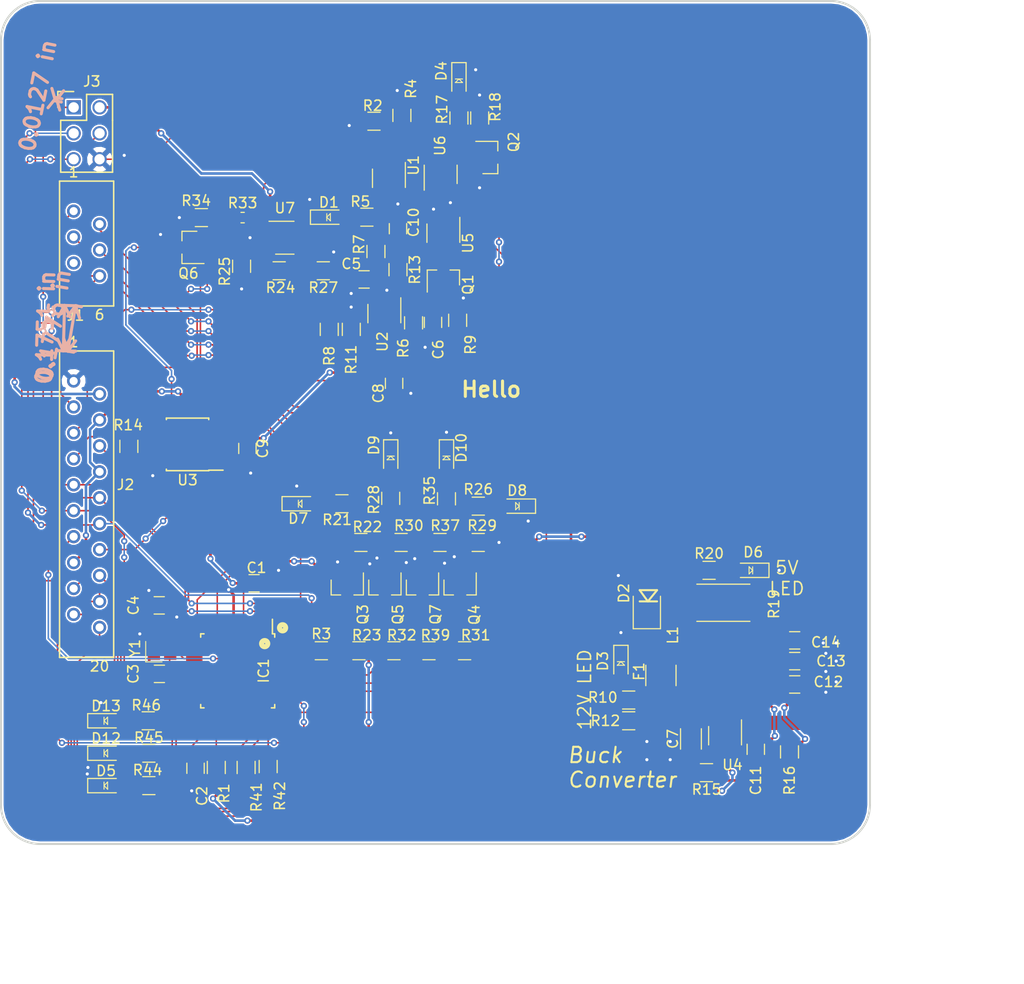
<source format=kicad_pcb>
(kicad_pcb (version 20171130) (host pcbnew 5.0.2-bee76a0~70~ubuntu18.04.1)
  (layers (0 F.Cu signal) (31 B.Cu signal hide) (34 B.Paste user) (35 F.Paste user) (36 B.SilkS user hide) (37 F.SilkS user) (38 B.Mask user) (39 F.Mask user hide) (44 Edge.Cuts user))
  (net 0 "")
  (net 1 GND)
  (net 2 VCC)
  (net 3 /MISO)
  (net 4 /RXCAN)
  (net 5 /SCK)
  (net 6 /12V_Fused)
  (net 7 "Net-(C5-Pad1)")
  (net 8 "Net-(C11-Pad1)")
  (net 9 "Net-(D1-Pad2)")
  (net 10 +12V)
  (net 11 "Net-(C2-Pad1)")
  (net 12 "Net-(C3-Pad1)")
  (net 13 "Net-(C4-Pad1)")
  (net 14 "Net-(C6-Pad1)")
  (net 15 "Net-(C10-Pad1)")
  (net 16 "Net-(C11-Pad2)")
  (net 17 "Net-(C12-Pad1)")
  (net 18 "Net-(D3-Pad2)")
  (net 19 "Net-(D4-Pad2)")
  (net 20 "Net-(D5-Pad2)")
  (net 21 "Net-(D6-Pad2)")
  (net 22 "Net-(D7-Pad2)")
  (net 23 "Net-(D8-Pad2)")
  (net 24 "Net-(D9-Pad2)")
  (net 25 "Net-(D10-Pad2)")
  (net 26 "Net-(D12-Pad2)")
  (net 27 "Net-(D13-Pad2)")
  (net 28 /MOSI)
  (net 29 "Net-(IC1-Pad3)")
  (net 30 /TXCAN)
  (net 31 "Net-(IC1-Pad8)")
  (net 32 "Net-(IC1-Pad9)")
  (net 33 /LED_1)
  (net 34 /LED_2)
  (net 35 /LED_3)
  (net 36 /Brake_Pressure-)
  (net 37 "Net-(IC1-Pad21)")
  (net 38 /Brake_Pressure_Sense)
  (net 39 "Net-(IC1-Pad23)")
  (net 40 "Net-(IC1-Pad24)")
  (net 41 /Cooling_Pump_LSD_n)
  (net 42 /RESET)
  (net 43 /Brakelight_Gate)
  (net 44 /Shutdown_Sense_TSMS)
  (net 45 /Shutdown_Sense_BSPD)
  (net 46 /Shutdown_Sense_GLVMS)
  (net 47 /Shutdown_Sense_Estop)
  (net 48 /Brake_Switch-)
  (net 49 /BSPD_Relay)
  (net 50 /CAN_low)
  (net 51 /CAN_high)
  (net 52 /Brakelight_LSD)
  (net 53 /RJ45_LED1)
  (net 54 /RJ45_LED2)
  (net 55 "Net-(Q1-Pad3)")
  (net 56 /Brake_Switch_Pressed)
  (net 57 "Net-(R5-Pad1)")
  (net 58 "Net-(R11-Pad1)")
  (net 59 "Net-(R12-Pad2)")
  (net 60 "Net-(R13-Pad2)")
  (net 61 "Net-(R15-Pad1)")
  (net 62 "Net-(R24-Pad1)")
  (net 63 "Net-(U3-Pad5)")
  (net 64 "Net-(U5-Pad4)")
  (net 65 /SS_Main_Shutdown_Pin)
  (net 66 /SS_E-Stop_Pin)
  (net 67 /SS_TSMS_Pin)
  (net 68 /SS_BSPD_Pin)
  (net 69 /Cooling_Pressure_Sense)
  (net 70 /BSPD_Current_Sense)
  (net 71 /BSPD_Relay_Sense)
  (net 72 "Net-(IC1-Pad13)")
  (module footprints:micromatch_female_ra_20 (layer F.Cu) (at 169.418 69.85)
    (fp_text reference J2 (at 5.08 5.08) (layer F.SilkS))
    (fp_text value MM_F_RA_20 hide)
    (fp_text user 20 (at 2.54 22.86) (layer F.SilkS))
    (fp_text user 1 (at 0 -8.89) (layer F.SilkS))
    (pad 5 thru_hole circle (at 0 0) (size 1.3 1.3) (drill 0.8) (layers *.Cu *.Mask) (net 48 /Brake_Switch-))
    (pad 3 thru_hole circle (at 0 -2.54) (size 1.3 1.3) (drill 0.8) (layers *.Cu *.Mask) (net 49 /BSPD_Relay))
    (pad 1 thru_hole circle (at 0 -5.08) (size 1.3 1.3) (drill 0.8) (layers *.Cu *.Mask) (net 1 GND))
    (pad 7 thru_hole circle (at 0 2.54) (size 1.3 1.3) (drill 0.8) (layers *.Cu *.Mask) (net 50 /CAN_low))
    (pad 2 thru_hole circle (at 2.54 -3.81) (size 1.3 1.3) (drill 0.8) (layers *.Cu *.Mask) (net 10 +12V))
    (pad 4 thru_hole circle (at 2.54 -1.27) (size 1.3 1.3) (drill 0.8) (layers *.Cu *.Mask) (net 2 VCC))
    (pad 6 thru_hole circle (at 2.54 1.27) (size 1.3 1.3) (drill 0.8) (layers *.Cu *.Mask) (net 51 /CAN_high))
    (pad 8 thru_hole circle (at 2.54 3.81) (size 1.3 1.3) (drill 0.8) (layers *.Cu *.Mask) (net 2 VCC))
    (pad 9 thru_hole circle (at 0 5.08) (size 1.3 1.3) (drill 0.8) (layers *.Cu *.Mask) (net 3 /MISO))
    (pad 10 thru_hole circle (at 2.54 6.35) (size 1.3 1.3) (drill 0.8) (layers *.Cu *.Mask) (net 28 /MOSI))
    (pad 11 thru_hole circle (at 0 7.62) (size 1.3 1.3) (drill 0.8) (layers *.Cu *.Mask) (net 5 /SCK))
    (pad 12 thru_hole circle (at 2.54 8.89) (size 1.3 1.3) (drill 0.8) (layers *.Cu *.Mask) (net 42 /RESET))
    (pad 13 thru_hole circle (at 0 10.16) (size 1.3 1.3) (drill 0.8) (layers *.Cu *.Mask) (net 41 /Cooling_Pump_LSD_n))
    (pad 14 thru_hole circle (at 2.54 11.43) (size 1.3 1.3) (drill 0.8) (layers *.Cu *.Mask) (net 52 /Brakelight_LSD))
    (pad 15 thru_hole circle (at 0 12.7) (size 1.3 1.3) (drill 0.8) (layers *.Cu *.Mask) (net 2 VCC))
    (pad 16 thru_hole circle (at 2.54 13.97) (size 1.3 1.3) (drill 0.8) (layers *.Cu *.Mask) (net 38 /Brake_Pressure_Sense))
    (pad 17 thru_hole circle (at 0 15.24) (size 1.3 1.3) (drill 0.8) (layers *.Cu *.Mask) (net 36 /Brake_Pressure-))
    (pad 18 thru_hole circle (at 2.54 16.51) (size 1.3 1.3) (drill 0.8) (layers *.Cu *.Mask) (net 70 /BSPD_Current_Sense))
    (pad 19 thru_hole circle (at 0 17.78) (size 1.3 1.3) (drill 0.8) (layers *.Cu *.Mask) (net 53 /RJ45_LED1))
    (pad 20 thru_hole circle (at 2.54 19.05) (size 1.3 1.3) (drill 0.8) (layers *.Cu *.Mask) (net 54 /RJ45_LED2))
  )
  (module footprints:TQFP-32_7x7mm_Pitch0.8mm (layer F.Cu) (at 185.4835 93.1545 270)
    (fp_text reference IC1 (at 0 -2.54 270) (layer F.SilkS))
    (fp_text value ATMEGA16M1 hide)
    (pad 32 smd rect (at -2.8 -4.25) (size 1.6 0.55) (layers F.Cu F.Paste F.Mask) (net 43 /Brakelight_Gate))
    (pad 31 smd rect (at -2 -4.25) (size 1.6 0.55) (layers F.Cu F.Paste F.Mask) (net 42 /RESET))
    (pad 30 smd rect (at -1.2 -4.25) (size 1.6 0.55) (layers F.Cu F.Paste F.Mask) (net 41 /Cooling_Pump_LSD_n))
    (pad 29 smd rect (at -0.4 -4.25) (size 1.6 0.55) (layers F.Cu F.Paste F.Mask) (net 65 /SS_Main_Shutdown_Pin))
    (pad 28 smd rect (at 0.4 -4.25) (size 1.6 0.55) (layers F.Cu F.Paste F.Mask) (net 68 /SS_BSPD_Pin))
    (pad 27 smd rect (at 1.2 -4.25) (size 1.6 0.55) (layers F.Cu F.Paste F.Mask) (net 67 /SS_TSMS_Pin))
    (pad 26 smd rect (at 2 -4.25) (size 1.6 0.55) (layers F.Cu F.Paste F.Mask) (net 66 /SS_E-Stop_Pin))
    (pad 25 smd rect (at 2.8 -4.25) (size 1.6 0.55) (layers F.Cu F.Paste F.Mask) (net 70 /BSPD_Current_Sense))
    (pad 24 smd rect (at 4.25 -2.8 270) (size 1.6 0.55) (layers F.Cu F.Paste F.Mask) (net 40 "Net-(IC1-Pad24)"))
    (pad 23 smd rect (at 4.25 -2 270) (size 1.6 0.55) (layers F.Cu F.Paste F.Mask) (net 39 "Net-(IC1-Pad23)"))
    (pad 22 smd rect (at 4.25 -1.2 270) (size 1.6 0.55) (layers F.Cu F.Paste F.Mask) (net 38 /Brake_Pressure_Sense))
    (pad 21 smd rect (at 4.25 -0.4 270) (size 1.6 0.55) (layers F.Cu F.Paste F.Mask) (net 37 "Net-(IC1-Pad21)"))
    (pad 20 smd rect (at 4.25 0.4 270) (size 1.6 0.55) (layers F.Cu F.Paste F.Mask) (net 1 GND))
    (pad 19 smd rect (at 4.25 1.2 270) (size 1.6 0.55) (layers F.Cu F.Paste F.Mask) (net 11 "Net-(C2-Pad1)"))
    (pad 18 smd rect (at 4.25 2 270) (size 1.6 0.55) (layers F.Cu F.Paste F.Mask) (net 36 /Brake_Pressure-))
    (pad 17 smd rect (at 4.25 2.8 270) (size 1.6 0.55) (layers F.Cu F.Paste F.Mask) (net 71 /BSPD_Relay_Sense))
    (pad 16 smd rect (at 2.8 4.25) (size 1.6 0.55) (layers F.Cu F.Paste F.Mask) (net 35 /LED_3))
    (pad 15 smd rect (at 2 4.25) (size 1.6 0.55) (layers F.Cu F.Paste F.Mask) (net 34 /LED_2))
    (pad 14 smd rect (at 1.2 4.25) (size 1.6 0.55) (layers F.Cu F.Paste F.Mask) (net 33 /LED_1))
    (pad 13 smd rect (at 0.4 4.25) (size 1.6 0.55) (layers F.Cu F.Paste F.Mask) (net 72 "Net-(IC1-Pad13)"))
    (pad 12 smd rect (at -0.4 4.25) (size 1.6 0.55) (layers F.Cu F.Paste F.Mask) (net 5 /SCK))
    (pad 11 smd rect (at -1.2 4.25) (size 1.6 0.55) (layers F.Cu F.Paste F.Mask) (net 12 "Net-(C3-Pad1)"))
    (pad 10 smd rect (at -2 4.25) (size 1.6 0.55) (layers F.Cu F.Paste F.Mask) (net 13 "Net-(C4-Pad1)"))
    (pad 9 smd rect (at -2.8 4.25) (size 1.6 0.55) (layers F.Cu F.Paste F.Mask) (net 32 "Net-(IC1-Pad9)"))
    (pad 8 smd rect (at -4.25 2.8 270) (size 1.6 0.55) (layers F.Cu F.Paste F.Mask) (net 31 "Net-(IC1-Pad8)"))
    (pad 7 smd rect (at -4.25 2 270) (size 1.6 0.55) (layers F.Cu F.Paste F.Mask) (net 4 /RXCAN))
    (pad 6 smd rect (at -4.25 1.2 270) (size 1.6 0.55) (layers F.Cu F.Paste F.Mask) (net 30 /TXCAN))
    (pad 5 smd rect (at -4.25 0.4 270) (size 1.6 0.55) (layers F.Cu F.Paste F.Mask) (net 1 GND))
    (pad 4 smd rect (at -4.25 -0.4 270) (size 1.6 0.55) (layers F.Cu F.Paste F.Mask) (net 2 VCC))
    (pad 3 smd rect (at -4.25 -1.2 270) (size 1.6 0.55) (layers F.Cu F.Paste F.Mask) (net 29 "Net-(IC1-Pad3)"))
    (pad 2 smd rect (at -4.25 -2 270) (size 1.6 0.55) (layers F.Cu F.Paste F.Mask) (net 28 /MOSI))
    (pad 1 smd rect (at -4.25 -2.8 270) (size 1.6 0.55) (layers F.Cu F.Paste F.Mask) (net 3 /MISO))
  )
  (module footprints:C_0805_OEM (layer F.Cu) (at 236.22 100.838 90)
    (fp_text reference C11 (at -3.048 0 90) (layer F.SilkS))
    (fp_text value C_0.1uF hide)
    (pad 1 smd rect (at -1 0 90) (size 1 1.25) (layers F.Cu F.Paste F.Mask) (net 8 "Net-(C11-Pad1)"))
    (pad 2 smd rect (at 1 0 90) (size 1 1.25) (layers F.Cu F.Paste F.Mask) (net 16 "Net-(C11-Pad2)"))
  )
  (module footprints:C_0805_OEM (layer F.Cu) (at 240.03 92.202)
    (fp_text reference C13 (at 3.556 0) (layer F.SilkS))
    (fp_text value C_1uF hide)
    (pad 1 smd rect (at -1 0) (size 1 1.25) (layers F.Cu F.Paste F.Mask) (net 17 "Net-(C12-Pad1)"))
    (pad 2 smd rect (at 1 0) (size 1 1.25) (layers F.Cu F.Paste F.Mask) (net 1 GND))
  )
  (module footprints:C_0805_OEM (layer F.Cu) (at 240.03 94.488)
    (fp_text reference C12 (at 3.302 -0.254) (layer F.SilkS))
    (fp_text value C_47uF hide)
    (pad 1 smd rect (at -1 0) (size 1 1.25) (layers F.Cu F.Paste F.Mask) (net 17 "Net-(C12-Pad1)"))
    (pad 2 smd rect (at 1 0) (size 1 1.25) (layers F.Cu F.Paste F.Mask) (net 1 GND))
  )
  (module footprints:LED_0805_OEM (layer F.Cu) (at 235.712 83.312 180)
    (fp_text reference D6 (at -0.254 1.778) (layer F.SilkS))
    (fp_text value LED_0805 hide)
    (pad 2 smd rect (at 1.1 0) (size 1.2 1.2) (layers F.Cu F.Paste F.Mask) (net 21 "Net-(D6-Pad2)"))
    (pad 1 smd rect (at -1.1 0) (size 1.2 1.2) (layers F.Cu F.Paste F.Mask) (net 1 GND))
  )
  (module footprints:Fuse_1210 (layer F.Cu) (at 226.9295 93.6045 270)
    (fp_text reference F1 (at -0.3865 2.1395 90) (layer F.SilkS))
    (fp_text value 500mA hide)
    (pad 1 smd rect (at -1.45 0 270) (size 0.9 2.5) (layers F.Cu F.Paste F.Mask) (net 10 +12V))
    (pad 2 smd rect (at 1.45 0 270) (size 0.9 2.5) (layers F.Cu F.Paste F.Mask) (net 6 /12V_Fused))
  )
  (module footprints:4.7uH_Inductor_OEM (layer F.Cu) (at 233.2355 92.9005 90)
    (fp_text reference L1 (at 3.2385 -5.1435 90) (layer F.SilkS))
    (fp_text value L_4.7uH hide)
    (pad 1 smd rect (at -2.35 0 90) (size 3.3 8.2) (layers F.Cu F.Paste F.Mask) (net 16 "Net-(C11-Pad2)"))
    (pad 2 smd rect (at 2.35 0 90) (size 3.3 8.2) (layers F.Cu F.Paste F.Mask) (net 17 "Net-(C12-Pad1)"))
  )
  (module footprints:R_0805_OEM (layer F.Cu) (at 223.774 96.012 180)
    (fp_text reference R10 (at 2.54 0.254 180) (layer F.SilkS))
    (fp_text value R_1k hide)
    (pad 1 smd rect (at -0.95 0 180) (size 0.7 1.3) (layers F.Cu F.Paste F.Mask) (net 6 /12V_Fused))
    (pad 2 smd rect (at 0.95 0 180) (size 0.7 1.3) (layers F.Cu F.Paste F.Mask) (net 18 "Net-(D3-Pad2)"))
  )
  (module footprints:R_0805_OEM (layer F.Cu) (at 223.774 98.044 180)
    (fp_text reference R12 (at 2.286 0) (layer F.SilkS))
    (fp_text value R_10k hide)
    (pad 1 smd rect (at -0.95 0 180) (size 0.7 1.3) (layers F.Cu F.Paste F.Mask) (net 6 /12V_Fused))
    (pad 2 smd rect (at 0.95 0 180) (size 0.7 1.3) (layers F.Cu F.Paste F.Mask) (net 59 "Net-(R12-Pad2)"))
  )
  (module footprints:R_0805_OEM (layer F.Cu) (at 231.648 83.312)
    (fp_text reference R20 (at 0 -1.65) (layer F.SilkS))
    (fp_text value R_200 hide)
    (pad 1 smd rect (at -0.95 0) (size 0.7 1.3) (layers F.Cu F.Paste F.Mask) (net 2 VCC))
    (pad 2 smd rect (at 0.95 0) (size 0.7 1.3) (layers F.Cu F.Paste F.Mask) (net 21 "Net-(D6-Pad2)"))
  )
  (module footprints:SOT-23-6_OEM (layer F.Cu) (at 233.2101 99.5045 270)
    (fp_text reference U4 (at 2.8575 -0.7239) (layer F.SilkS))
    (fp_text value TPS561201 hide)
    (pad 1 smd rect (at -1.1 -0.95 270) (size 1.06 0.65) (layers F.Cu F.Paste F.Mask) (net 1 GND))
    (pad 2 smd rect (at -1.1 0 270) (size 1.06 0.65) (layers F.Cu F.Paste F.Mask) (net 16 "Net-(C11-Pad2)"))
    (pad 3 smd rect (at -1.1 0.95 270) (size 1.06 0.65) (layers F.Cu F.Paste F.Mask) (net 6 /12V_Fused))
    (pad 4 smd rect (at 1.1 0.95 270) (size 1.06 0.65) (layers F.Cu F.Paste F.Mask) (net 61 "Net-(R15-Pad1)"))
    (pad 6 smd rect (at 1.1 -0.95 270) (size 1.06 0.65) (layers F.Cu F.Paste F.Mask) (net 8 "Net-(C11-Pad1)"))
    (pad 5 smd rect (at 1.1 0 270) (size 1.06 0.65) (layers F.Cu F.Paste F.Mask) (net 59 "Net-(R12-Pad2)"))
  )
  (module footprints:C_1206_OEM (layer F.Cu) (at 229.87 99.822 270)
    (fp_text reference C7 (at 0 1.778 270) (layer F.SilkS))
    (fp_text value C_22uF hide)
    (pad 1 smd rect (at -1.5 0 270) (size 1 1.6) (layers F.Cu F.Paste F.Mask) (net 6 /12V_Fused))
    (pad 2 smd rect (at 1.5 0 270) (size 1 1.6) (layers F.Cu F.Paste F.Mask) (net 1 GND))
  )
  (module footprints:C_0805_OEM (layer F.Cu) (at 240.03 90.17)
    (fp_text reference C14 (at 3.052 0.183) (layer F.SilkS))
    (fp_text value C_0.1uF hide)
    (pad 1 smd rect (at -1 0) (size 1 1.25) (layers F.Cu F.Paste F.Mask) (net 17 "Net-(C12-Pad1)"))
    (pad 2 smd rect (at 1 0) (size 1 1.25) (layers F.Cu F.Paste F.Mask) (net 1 GND))
  )
  (module footprints:LED_0805_OEM (layer F.Cu) (at 223.012 92.456 270)
    (fp_text reference D3 (at -0.254 1.778 270) (layer F.SilkS))
    (fp_text value LED_0805 hide)
    (pad 2 smd rect (at 1.1 0 90) (size 1.2 1.2) (layers F.Cu F.Paste F.Mask) (net 18 "Net-(D3-Pad2)"))
    (pad 1 smd rect (at -1.1 0 90) (size 1.2 1.2) (layers F.Cu F.Paste F.Mask) (net 1 GND))
  )
  (module footprints:DO-214AA (layer F.Cu) (at 225.552 85.852 90)
    (fp_text reference D2 (at 0.3 -2.25 90) (layer F.SilkS))
    (fp_text value D_Zener_18V hide)
    (pad 2 smd rect (at 2.032 0 270) (size 1.778 2.159) (layers F.Cu F.Paste F.Mask) (net 1 GND))
    (pad 1 smd rect (at -2.032 0 270) (size 1.778 2.159) (layers F.Cu F.Paste F.Mask) (net 10 +12V))
  )
  (module footprints:R_2512_OEM (layer F.Cu) (at 233.045 86.487)
    (fp_text reference R19 (at 4.953 0.127 90) (layer F.SilkS))
    (fp_text value R_0_Jumper hide)
    (pad 1 smd rect (at -3.1 0) (size 1 3.2) (layers F.Cu F.Paste F.Mask) (net 2 VCC))
    (pad 2 smd rect (at 3.1 0) (size 1 3.2) (layers F.Cu F.Paste F.Mask) (net 17 "Net-(C12-Pad1)"))
  )
  (module footprints:R_0805_OEM (layer F.Cu) (at 231.394 103.124 180)
    (fp_text reference R15 (at 0 -1.65 180) (layer F.SilkS))
    (fp_text value R_10k hide)
    (pad 1 smd rect (at -0.95 0 180) (size 0.7 1.3) (layers F.Cu F.Paste F.Mask) (net 61 "Net-(R15-Pad1)"))
    (pad 2 smd rect (at 0.95 0 180) (size 0.7 1.3) (layers F.Cu F.Paste F.Mask) (net 1 GND))
  )
  (module footprints:R_0805_OEM (layer F.Cu) (at 239.522 101.092 90)
    (fp_text reference R16 (at -2.794 0 90) (layer F.SilkS))
    (fp_text value R_51.1k hide)
    (pad 1 smd rect (at -0.95 0 90) (size 0.7 1.3) (layers F.Cu F.Paste F.Mask) (net 61 "Net-(R15-Pad1)"))
    (pad 2 smd rect (at 0.95 0 90) (size 0.7 1.3) (layers F.Cu F.Paste F.Mask) (net 17 "Net-(C12-Pad1)"))
  )
  (module footprints:C_0805_OEM (layer F.Cu) (at 187.087 84.582)
    (fp_text reference C1 (at 0.238 -1.524 180) (layer F.SilkS))
    (fp_text value C_0.1uF hide)
    (pad 1 smd rect (at -1 0) (size 1 1.25) (layers F.Cu F.Paste F.Mask) (net 2 VCC))
    (pad 2 smd rect (at 1 0) (size 1 1.25) (layers F.Cu F.Paste F.Mask) (net 1 GND))
  )
  (module footprints:C_0805_OEM (layer F.Cu) (at 181.356 102.6955 270)
    (fp_text reference C2 (at 2.7145 -0.635 270) (layer F.SilkS))
    (fp_text value C_100pF hide)
    (pad 2 smd rect (at 1 0 270) (size 1 1.25) (layers F.Cu F.Paste F.Mask) (net 1 GND))
    (pad 1 smd rect (at -1 0 270) (size 1 1.25) (layers F.Cu F.Paste F.Mask) (net 11 "Net-(C2-Pad1)"))
  )
  (module footprints:C_0805_OEM (layer F.Cu) (at 177.816 93.449982 180)
    (fp_text reference C3 (at 2.556 0 -90) (layer F.SilkS))
    (fp_text value C_30pF hide)
    (pad 2 smd rect (at 1 0 180) (size 1 1.25) (layers F.Cu F.Paste F.Mask) (net 1 GND))
    (pad 1 smd rect (at -1 0 180) (size 1 1.25) (layers F.Cu F.Paste F.Mask) (net 12 "Net-(C3-Pad1)"))
  )
  (module footprints:C_0805_OEM (layer F.Cu) (at 177.8 86.741 180)
    (fp_text reference C4 (at 2.524 0 -90) (layer F.SilkS))
    (fp_text value C_30pF hide)
    (pad 1 smd rect (at -1 0 180) (size 1 1.25) (layers F.Cu F.Paste F.Mask) (net 13 "Net-(C4-Pad1)"))
    (pad 2 smd rect (at 1 0 180) (size 1 1.25) (layers F.Cu F.Paste F.Mask) (net 1 GND))
  )
  (module footprints:C_0805_OEM (layer F.Cu) (at 197.863022 54.822959 180)
    (fp_text reference C5 (at 1.254 1.524 180) (layer F.SilkS))
    (fp_text value C_10uF hide)
    (pad 2 smd rect (at 1 0 180) (size 1 1.25) (layers F.Cu F.Paste F.Mask) (net 1 GND))
    (pad 1 smd rect (at -1 0 180) (size 1 1.25) (layers F.Cu F.Paste F.Mask) (net 7 "Net-(C5-Pad1)"))
  )
  (module footprints:C_0805_OEM (layer F.Cu) (at 204.610022 59.029959 270)
    (fp_text reference C6 (at 2.651 -0.508 270) (layer F.SilkS))
    (fp_text value C_0.1uF hide)
    (pad 1 smd rect (at -1 0 270) (size 1 1.25) (layers F.Cu F.Paste F.Mask) (net 14 "Net-(C6-Pad1)"))
    (pad 2 smd rect (at 1 0 270) (size 1 1.25) (layers F.Cu F.Paste F.Mask) (net 1 GND))
  )
  (module footprints:C_0805_OEM (layer F.Cu) (at 200.800022 64.998959 270)
    (fp_text reference C8 (at 0.977541 1.537022 270) (layer F.SilkS))
    (fp_text value C_0.1uF hide)
    (pad 1 smd rect (at -1 0 270) (size 1 1.25) (layers F.Cu F.Paste F.Mask) (net 2 VCC))
    (pad 2 smd rect (at 1 0 270) (size 1 1.25) (layers F.Cu F.Paste F.Mask) (net 1 GND))
  )
  (module footprints:C_0805_OEM (layer F.Cu) (at 186.436 71.374 270)
    (fp_text reference C9 (at 0 -1.5 270) (layer F.SilkS))
    (fp_text value C_0.1uF hide)
    (pad 1 smd rect (at -1 0 270) (size 1 1.25) (layers F.Cu F.Paste F.Mask) (net 2 VCC))
    (pad 2 smd rect (at 1 0 270) (size 1 1.25) (layers F.Cu F.Paste F.Mask) (net 1 GND))
  )
  (module footprints:C_0805_OEM (layer F.Cu) (at 201.181022 49.853959 90)
    (fp_text reference C10 (at 0.619 1.524 90) (layer F.SilkS))
    (fp_text value C_1uF hide)
    (pad 2 smd rect (at 1 0 90) (size 1 1.25) (layers F.Cu F.Paste F.Mask) (net 1 GND))
    (pad 1 smd rect (at -1 0 90) (size 1 1.25) (layers F.Cu F.Paste F.Mask) (net 15 "Net-(C10-Pad1)"))
  )
  (module footprints:LED_0805_OEM (layer F.Cu) (at 194.407022 48.726959)
    (fp_text reference D1 (at 0 -1.45) (layer F.SilkS))
    (fp_text value LED_0805 hide)
    (pad 2 smd rect (at 1.1 0 180) (size 1.2 1.2) (layers F.Cu F.Paste F.Mask) (net 9 "Net-(D1-Pad2)"))
    (pad 1 smd rect (at -1.1 0 180) (size 1.2 1.2) (layers F.Cu F.Paste F.Mask) (net 1 GND))
  )
  (module footprints:LED_0805_OEM (layer F.Cu) (at 207.150022 35.391959 270)
    (fp_text reference D4 (at -0.974959 1.727522 270) (layer F.SilkS))
    (fp_text value LED_0805 hide)
    (pad 2 smd rect (at 1.1 0 90) (size 1.2 1.2) (layers F.Cu F.Paste F.Mask) (net 19 "Net-(D4-Pad2)"))
    (pad 1 smd rect (at -1.1 0 90) (size 1.2 1.2) (layers F.Cu F.Paste F.Mask) (net 1 GND))
  )
  (module footprints:LED_0805_OEM (layer F.Cu) (at 172.593 104.394)
    (fp_text reference D5 (at 0 -1.45) (layer F.SilkS))
    (fp_text value LED_0805 hide)
    (pad 1 smd rect (at -1.1 0 180) (size 1.2 1.2) (layers F.Cu F.Paste F.Mask) (net 1 GND))
    (pad 2 smd rect (at 1.1 0 180) (size 1.2 1.2) (layers F.Cu F.Paste F.Mask) (net 20 "Net-(D5-Pad2)"))
  )
  (module footprints:LED_0805_OEM (layer F.Cu) (at 191.625471 76.787991)
    (fp_text reference D7 (at -0.217388 1.445188) (layer F.SilkS))
    (fp_text value LED_0805 hide)
    (pad 1 smd rect (at -1.1 0 180) (size 1.2 1.2) (layers F.Cu F.Paste F.Mask) (net 1 GND))
    (pad 2 smd rect (at 1.1 0 180) (size 1.2 1.2) (layers F.Cu F.Paste F.Mask) (net 22 "Net-(D7-Pad2)"))
  )
  (module footprints:LED_0805_OEM (layer F.Cu) (at 212.852 77.0255 180)
    (fp_text reference D8 (at 0 1.524 180) (layer F.SilkS))
    (fp_text value LED_0805 hide)
    (pad 2 smd rect (at 1.1 0) (size 1.2 1.2) (layers F.Cu F.Paste F.Mask) (net 23 "Net-(D8-Pad2)"))
    (pad 1 smd rect (at -1.1 0) (size 1.2 1.2) (layers F.Cu F.Paste F.Mask) (net 1 GND))
  )
  (module footprints:LED_0805_OEM (layer F.Cu) (at 200.4695 72.3265 270)
    (fp_text reference D9 (at -1.27 1.651 270) (layer F.SilkS))
    (fp_text value LED_0805 hide)
    (pad 2 smd rect (at 1.1 0 90) (size 1.2 1.2) (layers F.Cu F.Paste F.Mask) (net 24 "Net-(D9-Pad2)"))
    (pad 1 smd rect (at -1.1 0 90) (size 1.2 1.2) (layers F.Cu F.Paste F.Mask) (net 1 GND))
  )
  (module footprints:LED_0805_OEM (layer F.Cu) (at 205.9305 72.3265 270)
    (fp_text reference D10 (at -1.016 -1.45 270) (layer F.SilkS))
    (fp_text value LED_0805 hide)
    (pad 2 smd rect (at 1.1 0 90) (size 1.2 1.2) (layers F.Cu F.Paste F.Mask) (net 25 "Net-(D10-Pad2)"))
    (pad 1 smd rect (at -1.1 0 90) (size 1.2 1.2) (layers F.Cu F.Paste F.Mask) (net 1 GND))
  )
  (module footprints:LED_0805_OEM (layer F.Cu) (at 172.593 101.219)
    (fp_text reference D12 (at 0 -1.45) (layer F.SilkS))
    (fp_text value LED_0805 hide)
    (pad 1 smd rect (at -1.1 0 180) (size 1.2 1.2) (layers F.Cu F.Paste F.Mask) (net 1 GND))
    (pad 2 smd rect (at 1.1 0 180) (size 1.2 1.2) (layers F.Cu F.Paste F.Mask) (net 26 "Net-(D12-Pad2)"))
  )
  (module footprints:LED_0805_OEM (layer F.Cu) (at 172.593 98.044)
    (fp_text reference D13 (at 0 -1.45) (layer F.SilkS))
    (fp_text value LED_0805 hide)
    (pad 2 smd rect (at 1.1 0 180) (size 1.2 1.2) (layers F.Cu F.Paste F.Mask) (net 27 "Net-(D13-Pad2)"))
    (pad 1 smd rect (at -1.1 0 180) (size 1.2 1.2) (layers F.Cu F.Paste F.Mask) (net 1 GND))
  )
  (module footprints:micromatch_female_ra_6 (layer F.Cu) (at 169.418 53.213)
    (fp_text reference J1 (at 0.1905 5.1435) (layer F.SilkS))
    (fp_text value MM_F_RA_06 hide)
    (fp_text user 6 (at 2.54 5.08) (layer F.SilkS))
    (fp_text user 1 (at 0 -8.89) (layer F.SilkS))
    (pad 5 thru_hole circle (at 0 0) (size 1.3 1.3) (drill 0.8) (layers *.Cu *.Mask) (net 69 /Cooling_Pressure_Sense))
    (pad 3 thru_hole circle (at 0 -2.54) (size 1.3 1.3) (drill 0.8) (layers *.Cu *.Mask) (net 45 /Shutdown_Sense_BSPD))
    (pad 1 thru_hole circle (at 0 -5.08) (size 1.3 1.3) (drill 0.8) (layers *.Cu *.Mask) (net 46 /Shutdown_Sense_GLVMS))
    (pad 2 thru_hole circle (at 2.54 -3.81) (size 1.3 1.3) (drill 0.8) (layers *.Cu *.Mask) (net 47 /Shutdown_Sense_Estop))
    (pad 4 thru_hole circle (at 2.54 -1.27) (size 1.3 1.3) (drill 0.8) (layers *.Cu *.Mask) (net 44 /Shutdown_Sense_TSMS))
    (pad 6 thru_hole circle (at 2.54 1.27) (size 1.3 1.3) (drill 0.8) (layers *.Cu *.Mask) (net 70 /BSPD_Current_Sense))
  )
  (module footprints:Pin_Header_Straight_2x03 (layer F.Cu) (at 169.418 37.973)
    (fp_text reference J3 (at 1.778 -2.54) (layer F.SilkS))
    (fp_text value CONN_02X03 hide)
    (pad 1 thru_hole rect (at 0 0) (size 1.4 1.4) (drill 1.016) (layers *.Cu *.Mask) (net 3 /MISO))
    (pad 2 thru_hole circle (at 2.54 0) (size 1.4 1.4) (drill 1.016) (layers *.Cu *.Mask) (net 2 VCC))
    (pad 3 thru_hole circle (at 0 2.54) (size 1.4 1.4) (drill 1.016) (layers *.Cu *.Mask) (net 5 /SCK))
    (pad 4 thru_hole circle (at 2.54 2.54) (size 1.4 1.4) (drill 1.016) (layers *.Cu *.Mask) (net 28 /MOSI))
    (pad 5 thru_hole circle (at 0 5.08) (size 1.4 1.4) (drill 1.016) (layers *.Cu *.Mask) (net 42 /RESET))
    (pad 6 thru_hole circle (at 2.54 5.08) (size 1.4 1.4) (drill 1.016) (layers *.Cu *.Mask) (net 1 GND))
  )
  (module footprints:SOT-23F (layer F.Cu) (at 205.626022 54.661959 90)
    (fp_text reference Q1 (at -0.669 2.413 90) (layer F.SilkS))
    (fp_text value SSM3K333R hide)
    (pad 1 smd rect (at -1.05 -0.95 90) (size 0.9 0.8) (layers F.Cu F.Paste F.Mask) (net 14 "Net-(C6-Pad1)"))
    (pad 2 smd rect (at -1.05 0.95 90) (size 0.9 0.8) (layers F.Cu F.Paste F.Mask) (net 1 GND))
    (pad 3 smd rect (at 1.05 0 90) (size 0.9 0.8) (layers F.Cu F.Paste F.Mask) (net 55 "Net-(Q1-Pad3)"))
  )
  (module footprints:SOT-23F (layer F.Cu) (at 210.198022 42.884959)
    (fp_text reference Q2 (at 2.32 -1.524 -270) (layer F.SilkS))
    (fp_text value SSM3K333R hide)
    (pad 1 smd rect (at -1.05 -0.95) (size 0.9 0.8) (layers F.Cu F.Paste F.Mask) (net 71 /BSPD_Relay_Sense))
    (pad 2 smd rect (at -1.05 0.95) (size 0.9 0.8) (layers F.Cu F.Paste F.Mask) (net 1 GND))
    (pad 3 smd rect (at 1.05 0) (size 0.9 0.8) (layers F.Cu F.Paste F.Mask) (net 49 /BSPD_Relay))
  )
  (module footprints:SOT-23F (layer F.Cu) (at 196.215 84.963 270)
    (fp_text reference Q3 (at 2.667 -1.524 270) (layer F.SilkS))
    (fp_text value SSM3K333R hide)
    (pad 1 smd rect (at -1.05 -0.95 270) (size 0.9 0.8) (layers F.Cu F.Paste F.Mask) (net 46 /Shutdown_Sense_GLVMS))
    (pad 2 smd rect (at -1.05 0.95 270) (size 0.9 0.8) (layers F.Cu F.Paste F.Mask) (net 1 GND))
    (pad 3 smd rect (at 1.05 0 270) (size 0.9 0.8) (layers F.Cu F.Paste F.Mask) (net 65 /SS_Main_Shutdown_Pin))
  )
  (module footprints:SOT-23F (layer F.Cu) (at 207.264 84.963 270)
    (fp_text reference Q4 (at 2.701 -1.397 270) (layer F.SilkS))
    (fp_text value SSM3K333R hide)
    (pad 1 smd rect (at -1.05 -0.95 270) (size 0.9 0.8) (layers F.Cu F.Paste F.Mask) (net 47 /Shutdown_Sense_Estop))
    (pad 2 smd rect (at -1.05 0.95 270) (size 0.9 0.8) (layers F.Cu F.Paste F.Mask) (net 1 GND))
    (pad 3 smd rect (at 1.05 0 270) (size 0.9 0.8) (layers F.Cu F.Paste F.Mask) (net 66 /SS_E-Stop_Pin))
  )
  (module footprints:SOT-23F (layer F.Cu) (at 199.898 84.963 270)
    (fp_text reference Q5 (at 2.667 -1.27 270) (layer F.SilkS))
    (fp_text value SSM3K333R hide)
    (pad 1 smd rect (at -1.05 -0.95 270) (size 0.9 0.8) (layers F.Cu F.Paste F.Mask) (net 45 /Shutdown_Sense_BSPD))
    (pad 2 smd rect (at -1.05 0.95 270) (size 0.9 0.8) (layers F.Cu F.Paste F.Mask) (net 1 GND))
    (pad 3 smd rect (at 1.05 0 270) (size 0.9 0.8) (layers F.Cu F.Paste F.Mask) (net 68 /SS_BSPD_Pin))
  )
  (module footprints:SOT-23F (layer F.Cu) (at 180.7845 51.689 180)
    (fp_text reference Q6 (at 0.127 -2.54 180) (layer F.SilkS))
    (fp_text value SSM3K333R hide)
    (pad 1 smd rect (at -1.05 -0.95 180) (size 0.9 0.8) (layers F.Cu F.Paste F.Mask) (net 43 /Brakelight_Gate))
    (pad 2 smd rect (at -1.05 0.95 180) (size 0.9 0.8) (layers F.Cu F.Paste F.Mask) (net 1 GND))
    (pad 3 smd rect (at 1.05 0 180) (size 0.9 0.8) (layers F.Cu F.Paste F.Mask) (net 52 /Brakelight_LSD))
  )
  (module footprints:SOT-23F (layer F.Cu) (at 203.581 84.963 270)
    (fp_text reference Q7 (at 2.667 -1.27 270) (layer F.SilkS))
    (fp_text value SSM3K333R hide)
    (pad 3 smd rect (at 1.05 0 270) (size 0.9 0.8) (layers F.Cu F.Paste F.Mask) (net 67 /SS_TSMS_Pin))
    (pad 2 smd rect (at -1.05 0.95 270) (size 0.9 0.8) (layers F.Cu F.Paste F.Mask) (net 1 GND))
    (pad 1 smd rect (at -1.05 -0.95 270) (size 0.9 0.8) (layers F.Cu F.Paste F.Mask) (net 44 /Shutdown_Sense_TSMS))
  )
  (module footprints:R_0805_OEM (layer F.Cu) (at 183.388 102.616 90)
    (fp_text reference R1 (at -2.54 0.762 90) (layer F.SilkS))
    (fp_text value R_100 hide)
    (pad 2 smd rect (at 0.95 0 90) (size 0.7 1.3) (layers F.Cu F.Paste F.Mask) (net 11 "Net-(C2-Pad1)"))
    (pad 1 smd rect (at -0.95 0 90) (size 0.7 1.3) (layers F.Cu F.Paste F.Mask) (net 2 VCC))
  )
  (module footprints:R_0805_OEM (layer F.Cu) (at 198.829022 39.328959 180)
    (fp_text reference R2 (at 0.127 1.524 180) (layer F.SilkS))
    (fp_text value R_100K hide)
    (pad 2 smd rect (at 0.95 0 180) (size 0.7 1.3) (layers F.Cu F.Paste F.Mask) (net 1 GND))
    (pad 1 smd rect (at -0.95 0 180) (size 0.7 1.3) (layers F.Cu F.Paste F.Mask) (net 56 /Brake_Switch_Pressed))
  )
  (module footprints:R_0805_OEM (layer F.Cu) (at 201.562022 38.759959 270)
    (fp_text reference R4 (at -2.606 -0.889 270) (layer F.SilkS))
    (fp_text value R_100K hide)
    (pad 2 smd rect (at 0.95 0 270) (size 0.7 1.3) (layers F.Cu F.Paste F.Mask) (net 70 /BSPD_Current_Sense))
    (pad 1 smd rect (at -0.95 0 270) (size 0.7 1.3) (layers F.Cu F.Paste F.Mask) (net 1 GND))
  )
  (module footprints:R_0805_OEM (layer F.Cu) (at 198.133022 48.726959 180)
    (fp_text reference R5 (at 0.635 1.524 180) (layer F.SilkS))
    (fp_text value R_200 hide)
    (pad 1 smd rect (at -0.95 0 180) (size 0.7 1.3) (layers F.Cu F.Paste F.Mask) (net 57 "Net-(R5-Pad1)"))
    (pad 2 smd rect (at 0.95 0 180) (size 0.7 1.3) (layers F.Cu F.Paste F.Mask) (net 9 "Net-(D1-Pad2)"))
  )
  (module footprints:R_0805_OEM (layer F.Cu) (at 202.705022 59.074959 90)
    (fp_text reference R6 (at -2.479 -1.016 90) (layer F.SilkS))
    (fp_text value R_10K hide)
    (pad 1 smd rect (at -0.95 0 90) (size 0.7 1.3) (layers F.Cu F.Paste F.Mask) (net 2 VCC))
    (pad 2 smd rect (at 0.95 0 90) (size 0.7 1.3) (layers F.Cu F.Paste F.Mask) (net 14 "Net-(C6-Pad1)"))
  )
  (module footprints:R_0805_OEM (layer F.Cu) (at 199.022022 52.089959 270)
    (fp_text reference R7 (at -0.696 1.651 270) (layer F.SilkS))
    (fp_text value R_71.5K hide)
    (pad 2 smd rect (at 0.95 0 270) (size 0.7 1.3) (layers F.Cu F.Paste F.Mask) (net 7 "Net-(C5-Pad1)"))
    (pad 1 smd rect (at -0.95 0 270) (size 0.7 1.3) (layers F.Cu F.Paste F.Mask) (net 57 "Net-(R5-Pad1)"))
  )
  (module footprints:R_0805_OEM (layer F.Cu) (at 194.450022 59.714959 270)
    (fp_text reference R8 (at 2.601 0 270) (layer F.SilkS))
    (fp_text value R_10K hide)
    (pad 2 smd rect (at 0.95 0 270) (size 0.7 1.3) (layers F.Cu F.Paste F.Mask) (net 58 "Net-(R11-Pad1)"))
    (pad 1 smd rect (at -0.95 0 270) (size 0.7 1.3) (layers F.Cu F.Paste F.Mask) (net 2 VCC))
  )
  (module footprints:R_0805_OEM (layer F.Cu) (at 207.023022 58.825959 270)
    (fp_text reference R9 (at 2.388041 -1.256978 270) (layer F.SilkS))
    (fp_text value R_100K hide)
    (pad 1 smd rect (at -0.95 0 270) (size 0.7 1.3) (layers F.Cu F.Paste F.Mask) (net 55 "Net-(Q1-Pad3)"))
    (pad 2 smd rect (at 0.95 0 270) (size 0.7 1.3) (layers F.Cu F.Paste F.Mask) (net 2 VCC))
  )
  (module footprints:R_0805_OEM (layer F.Cu) (at 196.609022 59.714959 90)
    (fp_text reference R11 (at -2.959541 -0.013022 90) (layer F.SilkS))
    (fp_text value R_10K hide)
    (pad 1 smd rect (at -0.95 0 90) (size 0.7 1.3) (layers F.Cu F.Paste F.Mask) (net 58 "Net-(R11-Pad1)"))
    (pad 2 smd rect (at 0.95 0 90) (size 0.7 1.3) (layers F.Cu F.Paste F.Mask) (net 1 GND))
  )
  (module footprints:R_0805_OEM (layer F.Cu) (at 201.181022 53.867959 270)
    (fp_text reference R13 (at 0 -1.65 270) (layer F.SilkS))
    (fp_text value R_10K hide)
    (pad 2 smd rect (at 0.95 0 270) (size 0.7 1.3) (layers F.Cu F.Paste F.Mask) (net 60 "Net-(R13-Pad2)"))
    (pad 1 smd rect (at -0.95 0 270) (size 0.7 1.3) (layers F.Cu F.Paste F.Mask) (net 15 "Net-(C10-Pad1)"))
  )
  (module footprints:R_0805_OEM (layer F.Cu) (at 174.825651 71.170441 90)
    (fp_text reference R14 (at 2.082441 -0.073651 180) (layer F.SilkS))
    (fp_text value R_200 hide)
    (pad 1 smd rect (at -0.95 0 90) (size 0.7 1.3) (layers F.Cu F.Paste F.Mask) (net 51 /CAN_high))
    (pad 2 smd rect (at 0.95 0 90) (size 0.7 1.3) (layers F.Cu F.Paste F.Mask) (net 50 /CAN_low))
  )
  (module footprints:R_0805_OEM (layer F.Cu) (at 207.150022 39.013959 90)
    (fp_text reference R17 (at 0.828 -1.651 90) (layer F.SilkS))
    (fp_text value R_200 hide)
    (pad 1 smd rect (at -0.95 0 90) (size 0.7 1.3) (layers F.Cu F.Paste F.Mask) (net 71 /BSPD_Relay_Sense))
    (pad 2 smd rect (at 0.95 0 90) (size 0.7 1.3) (layers F.Cu F.Paste F.Mask) (net 19 "Net-(D4-Pad2)"))
  )
  (module footprints:R_0805_OEM (layer F.Cu) (at 209.182022 39.013959 90)
    (fp_text reference R18 (at 1.077 1.524 90) (layer F.SilkS))
    (fp_text value R_10K hide)
    (pad 1 smd rect (at -0.95 0 90) (size 0.7 1.3) (layers F.Cu F.Paste F.Mask) (net 71 /BSPD_Relay_Sense))
    (pad 2 smd rect (at 0.95 0 90) (size 0.7 1.3) (layers F.Cu F.Paste F.Mask) (net 1 GND))
  )
  (module footprints:R_0805_OEM (layer F.Cu) (at 195.689471 76.787991 180)
    (fp_text reference R21 (at 0.471388 -1.572188 180) (layer F.SilkS))
    (fp_text value R_1K hide)
    (pad 1 smd rect (at -0.95 0 180) (size 0.7 1.3) (layers F.Cu F.Paste F.Mask) (net 46 /Shutdown_Sense_GLVMS))
    (pad 2 smd rect (at 0.95 0 180) (size 0.7 1.3) (layers F.Cu F.Paste F.Mask) (net 22 "Net-(D7-Pad2)"))
  )
  (module footprints:R_0805_OEM (layer F.Cu) (at 197.5485 80.5815)
    (fp_text reference R22 (at 0.635 -1.524) (layer F.SilkS))
    (fp_text value R_100K hide)
    (pad 2 smd rect (at 0.95 0) (size 0.7 1.3) (layers F.Cu F.Paste F.Mask) (net 1 GND))
    (pad 1 smd rect (at -0.95 0) (size 0.7 1.3) (layers F.Cu F.Paste F.Mask) (net 46 /Shutdown_Sense_GLVMS))
  )
  (module footprints:R_0805_OEM (layer F.Cu) (at 197.358 91.186 180)
    (fp_text reference R23 (at -0.762 1.524 180) (layer F.SilkS))
    (fp_text value R_10K hide)
    (pad 2 smd rect (at 0.95 0 180) (size 0.7 1.3) (layers F.Cu F.Paste F.Mask) (net 65 /SS_Main_Shutdown_Pin))
    (pad 1 smd rect (at -0.95 0 180) (size 0.7 1.3) (layers F.Cu F.Paste F.Mask) (net 2 VCC))
  )
  (module footprints:R_0805_OEM (layer F.Cu) (at 189.5475 53.975 180)
    (fp_text reference R24 (at -0.127 -1.651 180) (layer F.SilkS))
    (fp_text value R_10K hide)
    (pad 2 smd rect (at 0.95 0 180) (size 0.7 1.3) (layers F.Cu F.Paste F.Mask) (net 2 VCC))
    (pad 1 smd rect (at -0.95 0 180) (size 0.7 1.3) (layers F.Cu F.Paste F.Mask) (net 62 "Net-(R24-Pad1)"))
  )
  (module footprints:R_0805_OEM (layer F.Cu) (at 185.8645 53.533 90)
    (fp_text reference R25 (at -0.508 -1.65 90) (layer F.SilkS))
    (fp_text value R_10K hide)
    (pad 2 smd rect (at 0.95 0 90) (size 0.7 1.3) (layers F.Cu F.Paste F.Mask) (net 48 /Brake_Switch-))
    (pad 1 smd rect (at -0.95 0 90) (size 0.7 1.3) (layers F.Cu F.Paste F.Mask) (net 1 GND))
  )
  (module footprints:R_0805_OEM (layer F.Cu) (at 209.0445 77.0255)
    (fp_text reference R26 (at 0 -1.65) (layer F.SilkS))
    (fp_text value R_1K hide)
    (pad 1 smd rect (at -0.95 0) (size 0.7 1.3) (layers F.Cu F.Paste F.Mask) (net 47 /Shutdown_Sense_Estop))
    (pad 2 smd rect (at 0.95 0) (size 0.7 1.3) (layers F.Cu F.Paste F.Mask) (net 23 "Net-(D8-Pad2)"))
  )
  (module footprints:R_0805_OEM (layer F.Cu) (at 193.8655 53.975 180)
    (fp_text reference R27 (at 0 -1.65 180) (layer F.SilkS))
    (fp_text value R_10K hide)
    (pad 1 smd rect (at -0.95 0 180) (size 0.7 1.3) (layers F.Cu F.Paste F.Mask) (net 1 GND))
    (pad 2 smd rect (at 0.95 0 180) (size 0.7 1.3) (layers F.Cu F.Paste F.Mask) (net 62 "Net-(R24-Pad1)"))
  )
  (module footprints:R_0805_OEM (layer F.Cu) (at 200.4695 76.2635 90)
    (fp_text reference R28 (at -0.127 -1.651 90) (layer F.SilkS))
    (fp_text value R_1K hide)
    (pad 1 smd rect (at -0.95 0 90) (size 0.7 1.3) (layers F.Cu F.Paste F.Mask) (net 45 /Shutdown_Sense_BSPD))
    (pad 2 smd rect (at 0.95 0 90) (size 0.7 1.3) (layers F.Cu F.Paste F.Mask) (net 24 "Net-(D9-Pad2)"))
  )
  (module footprints:R_0805_OEM (layer F.Cu) (at 209.0395 80.5815)
    (fp_text reference R29 (at 0.381 -1.651) (layer F.SilkS))
    (fp_text value R_100K hide)
    (pad 1 smd rect (at -0.95 0) (size 0.7 1.3) (layers F.Cu F.Paste F.Mask) (net 47 /Shutdown_Sense_Estop))
    (pad 2 smd rect (at 0.95 0) (size 0.7 1.3) (layers F.Cu F.Paste F.Mask) (net 1 GND))
  )
  (module footprints:R_0805_OEM (layer F.Cu) (at 201.4855 80.5815)
    (fp_text reference R30 (at 0.762 -1.651) (layer F.SilkS))
    (fp_text value R_100K hide)
    (pad 2 smd rect (at 0.95 0) (size 0.7 1.3) (layers F.Cu F.Paste F.Mask) (net 1 GND))
    (pad 1 smd rect (at -0.95 0) (size 0.7 1.3) (layers F.Cu F.Paste F.Mask) (net 45 /Shutdown_Sense_BSPD))
  )
  (module footprints:R_0805_OEM (layer F.Cu) (at 207.706 91.186 180)
    (fp_text reference R31 (at -1.082 1.524 180) (layer F.SilkS))
    (fp_text value R_10K hide)
    (pad 1 smd rect (at -0.95 0 180) (size 0.7 1.3) (layers F.Cu F.Paste F.Mask) (net 2 VCC))
    (pad 2 smd rect (at 0.95 0 180) (size 0.7 1.3) (layers F.Cu F.Paste F.Mask) (net 66 /SS_E-Stop_Pin))
  )
  (module footprints:R_0805_OEM (layer F.Cu) (at 200.787 91.186 180)
    (fp_text reference R32 (at -0.762 1.524 180) (layer F.SilkS))
    (fp_text value R_10K hide)
    (pad 1 smd rect (at -0.95 0 180) (size 0.7 1.3) (layers F.Cu F.Paste F.Mask) (net 2 VCC))
    (pad 2 smd rect (at 0.95 0 180) (size 0.7 1.3) (layers F.Cu F.Paste F.Mask) (net 68 /SS_BSPD_Pin))
  )
  (module footprints:R_0603_1608Metric (layer F.Cu) (at 185.966 48.768)
    (fp_text reference R33 (at 0 -1.43) (layer F.SilkS))
    (fp_text value R_0)
    (pad 2 smd roundrect (at 0.7875 0) (size 0.875 0.95) (layers F.Cu F.Paste F.Mask) (net 56 /Brake_Switch_Pressed))
    (pad 1 smd roundrect (at -0.7875 0) (size 0.875 0.95) (layers F.Cu F.Paste F.Mask) (net 43 /Brakelight_Gate))
  )
  (module footprints:R_0805_OEM (layer F.Cu) (at 181.9275 48.768 180)
    (fp_text reference R34 (at 0.508 1.651 180) (layer F.SilkS))
    (fp_text value R_10K hide)
    (pad 1 smd rect (at -0.95 0 180) (size 0.7 1.3) (layers F.Cu F.Paste F.Mask) (net 43 /Brakelight_Gate))
    (pad 2 smd rect (at 0.95 0 180) (size 0.7 1.3) (layers F.Cu F.Paste F.Mask) (net 1 GND))
  )
  (module footprints:R_0805_OEM (layer F.Cu) (at 205.9305 76.3045 90)
    (fp_text reference R35 (at 0.803 -1.651 90) (layer F.SilkS))
    (fp_text value R_1K hide)
    (pad 2 smd rect (at 0.95 0 90) (size 0.7 1.3) (layers F.Cu F.Paste F.Mask) (net 25 "Net-(D10-Pad2)"))
    (pad 1 smd rect (at -0.95 0 90) (size 0.7 1.3) (layers F.Cu F.Paste F.Mask) (net 44 /Shutdown_Sense_TSMS))
  )
  (module footprints:R_0805_OEM (layer F.Cu) (at 205.2955 80.5815)
    (fp_text reference R37 (at 0.508 -1.65) (layer F.SilkS))
    (fp_text value R_100K hide)
    (pad 1 smd rect (at -0.95 0) (size 0.7 1.3) (layers F.Cu F.Paste F.Mask) (net 44 /Shutdown_Sense_TSMS))
    (pad 2 smd rect (at 0.95 0) (size 0.7 1.3) (layers F.Cu F.Paste F.Mask) (net 1 GND))
  )
  (module footprints:R_0805_OEM (layer F.Cu) (at 204.216 91.186 180)
    (fp_text reference R39 (at -0.635 1.524 180) (layer F.SilkS))
    (fp_text value R_10K hide)
    (pad 2 smd rect (at 0.95 0 180) (size 0.7 1.3) (layers F.Cu F.Paste F.Mask) (net 67 /SS_TSMS_Pin))
    (pad 1 smd rect (at -0.95 0 180) (size 0.7 1.3) (layers F.Cu F.Paste F.Mask) (net 2 VCC))
  )
  (module footprints:R_0805_OEM (layer F.Cu) (at 186.309 102.616 90)
    (fp_text reference R41 (at -2.921 1.016 90) (layer F.SilkS))
    (fp_text value R_200 hide)
    (pad 1 smd rect (at -0.95 0 90) (size 0.7 1.3) (layers F.Cu F.Paste F.Mask) (net 53 /RJ45_LED1))
    (pad 2 smd rect (at 0.95 0 90) (size 0.7 1.3) (layers F.Cu F.Paste F.Mask) (net 39 "Net-(IC1-Pad23)"))
  )
  (module footprints:R_0805_OEM (layer F.Cu) (at 188.468 102.527982 270)
    (fp_text reference R42 (at 2.882018 -1.143 270) (layer F.SilkS))
    (fp_text value R_200 hide)
    (pad 1 smd rect (at -0.95 0 270) (size 0.7 1.3) (layers F.Cu F.Paste F.Mask) (net 40 "Net-(IC1-Pad24)"))
    (pad 2 smd rect (at 0.95 0 270) (size 0.7 1.3) (layers F.Cu F.Paste F.Mask) (net 54 /RJ45_LED2))
  )
  (module footprints:R_0805_OEM (layer F.Cu) (at 176.784 104.394 180)
    (fp_text reference R44 (at 0.127 1.524) (layer F.SilkS))
    (fp_text value R_200 hide)
    (pad 2 smd rect (at 0.95 0 180) (size 0.7 1.3) (layers F.Cu F.Paste F.Mask) (net 20 "Net-(D5-Pad2)"))
    (pad 1 smd rect (at -0.95 0 180) (size 0.7 1.3) (layers F.Cu F.Paste F.Mask) (net 35 /LED_3))
  )
  (module footprints:R_0805_OEM (layer F.Cu) (at 176.784 101.219 180)
    (fp_text reference R45 (at 0 1.524) (layer F.SilkS))
    (fp_text value R_200 hide)
    (pad 2 smd rect (at 0.95 0 180) (size 0.7 1.3) (layers F.Cu F.Paste F.Mask) (net 26 "Net-(D12-Pad2)"))
    (pad 1 smd rect (at -0.95 0 180) (size 0.7 1.3) (layers F.Cu F.Paste F.Mask) (net 34 /LED_2))
  )
  (module footprints:R_0805_OEM (layer F.Cu) (at 176.723 98.044 180)
    (fp_text reference R46 (at 0.193 1.524) (layer F.SilkS))
    (fp_text value R_200 hide)
    (pad 1 smd rect (at -0.95 0 180) (size 0.7 1.3) (layers F.Cu F.Paste F.Mask) (net 33 /LED_1))
    (pad 2 smd rect (at 0.95 0 180) (size 0.7 1.3) (layers F.Cu F.Paste F.Mask) (net 27 "Net-(D13-Pad2)"))
  )
  (module footprints:SOIC-8_3.9x4.9mm_Pitch1.27mm_OEM (layer F.Cu) (at 180.573651 70.977441 180)
    (fp_text reference U3 (at 0 -3.5 180) (layer F.SilkS))
    (fp_text value CAN_Transceiver hide)
    (pad 1 smd rect (at -2.7 -1.905 180) (size 1.55 0.6) (layers F.Cu F.Paste F.Mask) (net 30 /TXCAN))
    (pad 2 smd rect (at -2.7 -0.635 180) (size 1.55 0.6) (layers F.Cu F.Paste F.Mask) (net 1 GND))
    (pad 3 smd rect (at -2.7 0.635 180) (size 1.55 0.6) (layers F.Cu F.Paste F.Mask) (net 2 VCC))
    (pad 4 smd rect (at -2.7 1.905 180) (size 1.55 0.6) (layers F.Cu F.Paste F.Mask) (net 4 /RXCAN))
    (pad 5 smd rect (at 2.7 1.905 180) (size 1.55 0.6) (layers F.Cu F.Paste F.Mask) (net 63 "Net-(U3-Pad5)"))
    (pad 6 smd rect (at 2.7 0.635 180) (size 1.55 0.6) (layers F.Cu F.Paste F.Mask) (net 50 /CAN_low))
    (pad 7 smd rect (at 2.7 -0.635 180) (size 1.55 0.6) (layers F.Cu F.Paste F.Mask) (net 51 /CAN_high))
    (pad 8 smd rect (at 2.7 -1.905 180) (size 1.55 0.6) (layers F.Cu F.Paste F.Mask) (net 1 GND))
  )
  (module footprints:Crystal_SMD_FA238 (layer F.Cu) (at 178.074862 90.274982 90)
    (fp_text reference Y1 (at -0.67564 -2.66192 90) (layer F.SilkS))
    (fp_text value Crystal_SMD hide)
    (pad 4 smd rect (at -1.1 -0.8 90) (size 1.4 1.2) (layers F.Cu F.Mask) (net 1 GND))
    (pad 3 smd rect (at 1.1 -0.8 90) (size 1.4 1.2) (layers F.Cu F.Mask) (net 13 "Net-(C4-Pad1)"))
    (pad 2 smd rect (at 1.1 0.8 90) (size 1.4 1.2) (layers F.Cu F.Mask) (net 1 GND))
    (pad 1 smd rect (at -1.1 0.8 90) (size 1.4 1.2) (layers F.Cu F.Mask) (net 12 "Net-(C3-Pad1)"))
  )
  (module footprints:R_0805_OEM (layer F.Cu) (at 193.675 91.186 180)
    (fp_text reference R3 (at 0 1.651 180) (layer F.SilkS))
    (fp_text value R_10k hide)
    (pad 1 smd rect (at -0.95 0 180) (size 0.7 1.3) (layers F.Cu F.Paste F.Mask) (net 2 VCC))
    (pad 2 smd rect (at 0.95 0 180) (size 0.7 1.3) (layers F.Cu F.Paste F.Mask) (net 42 /RESET))
  )
  (module footprints:SOT-23-5_OEM (layer F.Cu) (at 200.292022 44.916959 270)
    (fp_text reference U1 (at -1.27 -2.413 270) (layer F.SilkS))
    (fp_text value SN74LVC1G08 hide)
    (pad 1 smd rect (at -1.1 -0.95 270) (size 1.06 0.65) (layers F.Cu F.Paste F.Mask) (net 70 /BSPD_Current_Sense))
    (pad 2 smd rect (at -1.1 0 270) (size 1.06 0.65) (layers F.Cu F.Paste F.Mask) (net 56 /Brake_Switch_Pressed))
    (pad 3 smd rect (at -1.1 0.95 270) (size 1.06 0.65) (layers F.Cu F.Paste F.Mask) (net 1 GND))
    (pad 4 smd rect (at 1.1 0.95 270) (size 1.06 0.65) (layers F.Cu F.Paste F.Mask) (net 57 "Net-(R5-Pad1)"))
    (pad 5 smd rect (at 1.1 -0.95 270) (size 1.06 0.65) (layers F.Cu F.Paste F.Mask) (net 2 VCC))
  )
  (module footprints:SOT-23-5_OEM (layer F.Cu) (at 205.626022 50.293959 270)
    (fp_text reference U5 (at 0.973 -2.413 90) (layer F.SilkS))
    (fp_text value SN74LVC1G02 hide)
    (pad 5 smd rect (at 1.1 -0.95 270) (size 1.06 0.65) (layers F.Cu F.Paste F.Mask) (net 2 VCC))
    (pad 4 smd rect (at 1.1 0.95 270) (size 1.06 0.65) (layers F.Cu F.Paste F.Mask) (net 64 "Net-(U5-Pad4)"))
    (pad 3 smd rect (at -1.1 0.95 270) (size 1.06 0.65) (layers F.Cu F.Paste F.Mask) (net 1 GND))
    (pad 2 smd rect (at -1.1 0 270) (size 1.06 0.65) (layers F.Cu F.Paste F.Mask) (net 55 "Net-(Q1-Pad3)"))
    (pad 1 smd rect (at -1.1 -0.95 270) (size 1.06 0.65) (layers F.Cu F.Paste F.Mask) (net 71 /BSPD_Relay_Sense))
  )
  (module footprints:SOT-23-5_OEM (layer F.Cu) (at 205.359838 44.532859 90)
    (fp_text reference U6 (at 2.813359 -0.064338 270) (layer F.SilkS))
    (fp_text value SN74LVC1G02 hide)
    (pad 5 smd rect (at 1.1 -0.95 90) (size 1.06 0.65) (layers F.Cu F.Paste F.Mask) (net 2 VCC))
    (pad 4 smd rect (at 1.1 0.95 90) (size 1.06 0.65) (layers F.Cu F.Paste F.Mask) (net 71 /BSPD_Relay_Sense))
    (pad 3 smd rect (at -1.1 0.95 90) (size 1.06 0.65) (layers F.Cu F.Paste F.Mask) (net 1 GND))
    (pad 2 smd rect (at -1.1 0 90) (size 1.06 0.65) (layers F.Cu F.Paste F.Mask) (net 64 "Net-(U5-Pad4)"))
    (pad 1 smd rect (at -1.1 -0.95 90) (size 1.06 0.65) (layers F.Cu F.Paste F.Mask) (net 15 "Net-(C10-Pad1)"))
  )
  (module footprints:SOT-23-5_OEM (layer F.Cu) (at 199.845022 58.167959 270)
    (fp_text reference U2 (at 2.751 0.188 270) (layer F.SilkS))
    (fp_text value MCP6001 hide)
    (pad 5 smd rect (at 1.1 -0.95 270) (size 1.06 0.65) (layers F.Cu F.Paste F.Mask) (net 2 VCC))
    (pad 4 smd rect (at 1.1 0.95 270) (size 1.06 0.65) (layers F.Cu F.Paste F.Mask) (net 58 "Net-(R11-Pad1)"))
    (pad 3 smd rect (at -1.1 0.95 270) (size 1.06 0.65) (layers F.Cu F.Paste F.Mask) (net 7 "Net-(C5-Pad1)"))
    (pad 2 smd rect (at -1.1 0 270) (size 1.06 0.65) (layers F.Cu F.Paste F.Mask) (net 1 GND))
    (pad 1 smd rect (at -1.1 -0.95 270) (size 1.06 0.65) (layers F.Cu F.Paste F.Mask) (net 60 "Net-(R13-Pad2)"))
  )
  (module footprints:SOT-23-5_OEM (layer F.Cu) (at 190.0985 50.739)
    (fp_text reference U7 (at 0 -2.9) (layer F.SilkS))
    (fp_text value MCP6001 hide)
    (pad 1 smd rect (at -1.1 -0.95) (size 1.06 0.65) (layers F.Cu F.Paste F.Mask) (net 56 /Brake_Switch_Pressed))
    (pad 2 smd rect (at -1.1 0) (size 1.06 0.65) (layers F.Cu F.Paste F.Mask) (net 1 GND))
    (pad 3 smd rect (at -1.1 0.95) (size 1.06 0.65) (layers F.Cu F.Paste F.Mask) (net 48 /Brake_Switch-))
    (pad 4 smd rect (at 1.1 0.95) (size 1.06 0.65) (layers F.Cu F.Paste F.Mask) (net 62 "Net-(R24-Pad1)"))
    (pad 5 smd rect (at 1.1 -0.95) (size 1.06 0.65) (layers F.Cu F.Paste F.Mask) (net 2 VCC))
  )
  (gr_text Hello (at 210.312 65.5955) (layer F.SilkS) (effects (font (size 1.5 1.5) (thickness 0.3))))
  (dimension 0.323788 (width 0.3) (layer B.SilkS) (gr_text "0.0127 in" (at 169.730969 37.591094 78.69006753) (layer B.SilkS) (effects (font (size 1.5 1.5) (thickness 0.3)))) (feature1 (pts (xy 167.7035 37.0205) (xy 168.278533 37.135507))) (feature2 (pts (xy 167.64 37.338) (xy 168.215033 37.453007))) (crossbar (pts (xy 167.64 37.338) (xy 167.7035 37.0205))) (arrow1a (pts (xy 167.7035 37.0205) (xy 168.057607 38.240134))) (arrow1b (pts (xy 167.7035 37.0205) (xy 166.907542 38.010121))) (arrow2a (pts (xy 167.64 37.338) (xy 168.435958 36.348379))) (arrow2b (pts (xy 167.64 37.338) (xy 167.285893 36.118366))))
  (dimension 4.509841 (width 0.3) (layer B.SilkS) (gr_text "0.1776 in" (at 171.297307 59.981324 80.27242145) (layer B.SilkS) (effects (font (size 1.5 1.5) (thickness 0.3)))) (feature1 (pts (xy 169.6085 57.404) (xy 170.186489 57.503084))) (feature2 (pts (xy 168.8465 61.849) (xy 169.424489 61.948084))) (crossbar (pts (xy 168.8465 61.849) (xy 169.6085 57.404))) (arrow1a (pts (xy 169.6085 57.404) (xy 169.996151 58.613391))) (arrow1b (pts (xy 169.6085 57.404) (xy 168.840172 58.415223))) (arrow2a (pts (xy 168.8465 61.849) (xy 169.614828 60.837777))) (arrow2b (pts (xy 168.8465 61.849) (xy 168.458849 60.639609))))
  (dimension 4.446814 (width 0.3) (layer B.SilkS) (gr_text "0.1751 in" (at 166.367342 59.532081 88.36342296) (layer B.SilkS) (effects (font (size 1.5 1.5) (thickness 0.3)))) (feature1 (pts (xy 169.7355 57.404) (xy 167.943803 57.352809))) (feature2 (pts (xy 169.6085 61.849) (xy 167.816803 61.797809))) (crossbar (pts (xy 168.402985 61.814557) (xy 168.529985 57.369557))) (arrow1a (pts (xy 168.529985 57.369557) (xy 169.083994 58.512349))) (arrow1b (pts (xy 168.529985 57.369557) (xy 167.911631 58.478853))) (arrow2a (pts (xy 168.402985 61.814557) (xy 169.021339 60.705261))) (arrow2b (pts (xy 168.402985 61.814557) (xy 167.848976 60.671765))))
  (gr_line (start 243.586 27.559) (end 166.116 27.559) (layer Edge.Cuts) (width 0.2))
  (gr_arc (start 166.116 31.369) (end 166.116 27.559) (angle -90) (layer Edge.Cuts) (width 0.2))
  (gr_line (start 166.116 110.109) (end 243.586 110.109) (layer Edge.Cuts) (width 0.2))
  (gr_arc (start 243.586 31.369) (end 247.396 31.369) (angle -90) (layer Edge.Cuts) (width 0.2))
  (gr_line (start 162.306 31.369) (end 162.306 106.299) (layer Edge.Cuts) (width 0.2))
  (gr_line (start 247.396 106.299) (end 247.396 31.369) (layer Edge.Cuts) (width 0.2))
  (gr_arc (start 166.116 106.299) (end 162.306 106.299) (angle -90) (layer Edge.Cuts) (width 0.2))
  (gr_arc (start 243.586 106.299) (end 243.586 110.109) (angle -90) (layer Edge.Cuts) (width 0.2))
  (gr_text "Buck\nConverter" (at 217.678 102.616) (layer F.SilkS) (effects (font (size 1.5 1.5) (thickness 0.2032) italic) (justify left)))
  (gr_text "5V\nLED" (at 239.268 84.074) (layer F.SilkS) (effects (font (size 1.27 1.27) (thickness 0.1524))))
  (gr_text "12V LED" (at 219.456 94.996 90) (layer F.SilkS) (effects (font (size 1.27 1.27) (thickness 0.1524))))
  (segment (start 225.552 83.82) (end 222.758 83.82) (width 0.254) (layer F.Cu) (net 1))
  (via (at 222.758 83.82) (size 0.6096) (drill 0.3048) (layers F.Cu B.Cu) (net 1))
  (segment (start 236.812 83.312) (end 238.506 83.312) (width 0.254) (layer F.Cu) (net 1))
  (via (at 238.506 83.312) (size 0.6096) (drill 0.3048) (layers F.Cu B.Cu) (net 1))
  (segment (start 230.444 103.124) (end 230.444 101.896) (width 0.254) (layer F.Cu) (net 1))
  (segment (start 230.444 101.896) (end 229.87 101.322) (width 0.254) (layer F.Cu) (net 1))
  (segment (start 225.552 83.82) (end 225.7425 83.82) (width 0.254) (layer F.Cu) (net 1))
  (segment (start 229.87 101.322) (end 228.37 101.322) (width 0.254) (layer F.Cu) (net 1))
  (via (at 227.838 100.076) (size 0.6096) (drill 0.3048) (layers F.Cu B.Cu) (net 1))
  (segment (start 225.552 100.076) (end 227.838 100.076) (width 0.254) (layer B.Cu) (net 1))
  (via (at 225.552 100.076) (size 0.6096) (drill 0.3048) (layers F.Cu B.Cu) (net 1))
  (segment (start 225.552 101.854) (end 225.552 100.076) (width 0.254) (layer F.Cu) (net 1))
  (via (at 225.552 101.854) (size 0.6096) (drill 0.3048) (layers F.Cu B.Cu) (net 1))
  (segment (start 227.838 101.854) (end 225.552 101.854) (width 0.254) (layer B.Cu) (net 1))
  (via (at 227.838 101.854) (size 0.6096) (drill 0.3048) (layers F.Cu B.Cu) (net 1))
  (segment (start 228.37 101.322) (end 227.838 101.854) (width 0.254) (layer F.Cu) (net 1))
  (segment (start 242.824 90.424) (end 244.094 90.424) (width 0.254) (layer F.Cu) (net 1))
  (segment (start 242.57 90.17) (end 242.824 90.424) (width 0.254) (layer F.Cu) (net 1))
  (via (at 242.824 90.424) (size 0.6096) (drill 0.3048) (layers F.Cu B.Cu) (net 1))
  (segment (start 241.03 90.17) (end 242.57 90.17) (width 0.254) (layer F.Cu) (net 1))
  (via (at 243.078 95.25) (size 0.6096) (drill 0.3048) (layers F.Cu B.Cu) (net 1))
  (segment (start 244.094 94.234) (end 243.078 95.25) (width 0.254) (layer B.Cu) (net 1))
  (via (at 244.094 94.234) (size 0.6096) (drill 0.3048) (layers F.Cu B.Cu) (net 1))
  (segment (start 243.078 93.218) (end 244.094 94.234) (width 0.254) (layer F.Cu) (net 1))
  (via (at 243.078 93.218) (size 0.6096) (drill 0.3048) (layers F.Cu B.Cu) (net 1))
  (segment (start 244.094 92.202) (end 243.078 93.218) (width 0.254) (layer B.Cu) (net 1))
  (via (at 244.094 92.202) (size 0.6096) (drill 0.3048) (layers F.Cu B.Cu) (net 1))
  (segment (start 243.84 92.202) (end 244.094 92.202) (width 0.254) (layer F.Cu) (net 1))
  (segment (start 243.078 91.44) (end 243.84 92.202) (width 0.254) (layer F.Cu) (net 1))
  (via (at 243.078 91.44) (size 0.6096) (drill 0.3048) (layers F.Cu B.Cu) (net 1))
  (segment (start 244.094 90.424) (end 243.078 91.44) (width 0.254) (layer B.Cu) (net 1))
  (via (at 244.094 90.424) (size 0.6096) (drill 0.3048) (layers F.Cu B.Cu) (net 1))
  (segment (start 223.012 91.356) (end 223.012 89.408) (width 0.254) (layer F.Cu) (net 1))
  (via (at 223.012 89.408) (size 0.6096) (drill 0.3048) (layers F.Cu B.Cu) (net 1))
  (segment (start 183.273651 71.612441) (end 184.896441 71.612441) (width 0.1524) (layer F.Cu) (net 1))
  (segment (start 185.658 72.374) (end 186.436 72.374) (width 0.1524) (layer F.Cu) (net 1))
  (segment (start 184.896441 71.612441) (end 185.658 72.374) (width 0.1524) (layer F.Cu) (net 1))
  (via (at 211.074 80.5815) (size 0.6096) (drill 0.3048) (layers F.Cu B.Cu) (net 1))
  (segment (start 209.9895 80.5815) (end 211.074 80.5815) (width 0.1524) (layer F.Cu) (net 1))
  (via (at 213.9315 78.486) (size 0.6096) (drill 0.3048) (layers F.Cu B.Cu) (net 1))
  (segment (start 213.952 77.0255) (end 213.952 78.4655) (width 0.1524) (layer F.Cu) (net 1))
  (segment (start 213.952 78.4655) (end 213.9315 78.486) (width 0.1524) (layer F.Cu) (net 1))
  (via (at 205.9305 69.7865) (size 0.6096) (drill 0.3048) (layers F.Cu B.Cu) (net 1))
  (segment (start 205.9305 71.2265) (end 205.9305 69.7865) (width 0.1524) (layer F.Cu) (net 1))
  (segment (start 200.4695 71.2265) (end 200.4695 70.4741) (width 0.1524) (layer F.Cu) (net 1))
  (via (at 200.4695 69.85) (size 0.6096) (drill 0.3048) (layers F.Cu B.Cu) (net 1))
  (segment (start 200.4695 70.4741) (end 200.4695 69.85) (width 0.1524) (layer F.Cu) (net 1))
  (segment (start 200.800022 65.998959) (end 202.415541 65.998959) (width 0.1524) (layer F.Cu) (net 1))
  (via (at 202.438 65.9765) (size 0.6096) (drill 0.3048) (layers F.Cu B.Cu) (net 1))
  (segment (start 202.415541 65.998959) (end 202.438 65.9765) (width 0.1524) (layer F.Cu) (net 1))
  (segment (start 204.610022 60.029959) (end 204.610022 60.692978) (width 0.1524) (layer F.Cu) (net 1))
  (via (at 203.835 61.468) (size 0.6096) (drill 0.3048) (layers F.Cu B.Cu) (net 1))
  (segment (start 204.610022 60.692978) (end 203.835 61.468) (width 0.1524) (layer F.Cu) (net 1))
  (segment (start 196.609022 58.262559) (end 196.596 58.249537) (width 0.1524) (layer F.Cu) (net 1))
  (segment (start 196.609022 58.764959) (end 196.609022 58.262559) (width 0.1524) (layer F.Cu) (net 1))
  (via (at 196.596 57.531) (size 0.6096) (drill 0.3048) (layers F.Cu B.Cu) (net 1))
  (segment (start 196.596 58.249537) (end 196.596 57.531) (width 0.1524) (layer F.Cu) (net 1))
  (via (at 200.0885 55.88) (size 0.6096) (drill 0.3048) (layers F.Cu B.Cu) (net 1))
  (segment (start 199.845022 57.067959) (end 199.845022 56.123478) (width 0.1524) (layer F.Cu) (net 1))
  (segment (start 199.845022 56.123478) (end 200.0885 55.88) (width 0.1524) (layer F.Cu) (net 1))
  (via (at 207.5815 56.642) (size 0.6096) (drill 0.3048) (layers F.Cu B.Cu) (net 1))
  (segment (start 206.576022 55.711959) (end 206.651459 55.711959) (width 0.1524) (layer F.Cu) (net 1))
  (segment (start 206.651459 55.711959) (end 207.5815 56.642) (width 0.1524) (layer F.Cu) (net 1))
  (via (at 204.6605 47.9425) (size 0.6096) (drill 0.3048) (layers F.Cu B.Cu) (net 1))
  (segment (start 204.676022 49.193959) (end 204.676022 47.958022) (width 0.1524) (layer F.Cu) (net 1))
  (segment (start 204.676022 47.958022) (end 204.6605 47.9425) (width 0.1524) (layer F.Cu) (net 1))
  (segment (start 206.309838 45.632859) (end 206.309838 47.305838) (width 0.1524) (layer F.Cu) (net 1))
  (via (at 206.3115 47.3075) (size 0.6096) (drill 0.3048) (layers F.Cu B.Cu) (net 1))
  (segment (start 206.309838 47.305838) (end 206.3115 47.3075) (width 0.1524) (layer F.Cu) (net 1))
  (via (at 209.169 45.847) (size 0.6096) (drill 0.3048) (layers F.Cu B.Cu) (net 1))
  (segment (start 209.148022 43.834959) (end 209.148022 45.826022) (width 0.1524) (layer F.Cu) (net 1))
  (segment (start 209.148022 45.826022) (end 209.169 45.847) (width 0.1524) (layer F.Cu) (net 1))
  (via (at 201.1045 36.322) (size 0.6096) (drill 0.3048) (layers F.Cu B.Cu) (net 1))
  (segment (start 201.562022 37.809959) (end 201.562022 36.779522) (width 0.1524) (layer F.Cu) (net 1))
  (segment (start 201.562022 36.779522) (end 201.1045 36.322) (width 0.1524) (layer F.Cu) (net 1))
  (segment (start 197.376622 39.328959) (end 196.954581 39.751) (width 0.1524) (layer F.Cu) (net 1))
  (segment (start 197.879022 39.328959) (end 197.376622 39.328959) (width 0.1524) (layer F.Cu) (net 1))
  (via (at 196.4055 39.751) (size 0.6096) (drill 0.3048) (layers F.Cu B.Cu) (net 1))
  (segment (start 196.954581 39.751) (end 196.4055 39.751) (width 0.1524) (layer F.Cu) (net 1))
  (via (at 208.788 34.29) (size 0.6096) (drill 0.3048) (layers F.Cu B.Cu) (net 1))
  (segment (start 207.150022 34.291959) (end 208.786041 34.291959) (width 0.1524) (layer F.Cu) (net 1))
  (segment (start 208.786041 34.291959) (end 208.788 34.29) (width 0.1524) (layer F.Cu) (net 1))
  (via (at 209.169 36.7665) (size 0.6096) (drill 0.3048) (layers F.Cu B.Cu) (net 1))
  (segment (start 209.182022 38.063959) (end 209.182022 36.779522) (width 0.1524) (layer F.Cu) (net 1))
  (segment (start 209.182022 36.779522) (end 209.169 36.7665) (width 0.1524) (layer F.Cu) (net 1))
  (via (at 179.7685 48.768) (size 0.6096) (drill 0.3048) (layers F.Cu B.Cu) (net 1))
  (segment (start 180.9775 48.768) (end 179.7685 48.768) (width 0.1524) (layer F.Cu) (net 1))
  (via (at 177.927 50.419) (size 0.6096) (drill 0.3048) (layers F.Cu B.Cu) (net 1))
  (segment (start 181.8345 50.739) (end 178.247 50.739) (width 0.1524) (layer F.Cu) (net 1))
  (segment (start 178.247 50.739) (end 177.927 50.419) (width 0.1524) (layer F.Cu) (net 1))
  (via (at 185.8645 55.753) (size 0.6096) (drill 0.3048) (layers F.Cu B.Cu) (net 1))
  (segment (start 185.8645 54.483) (end 185.8645 55.753) (width 0.1524) (layer F.Cu) (net 1))
  (via (at 186.69 50.7365) (size 0.6096) (drill 0.3048) (layers F.Cu B.Cu) (net 1))
  (segment (start 188.9985 50.739) (end 186.6925 50.739) (width 0.1524) (layer F.Cu) (net 1))
  (segment (start 186.6925 50.739) (end 186.69 50.7365) (width 0.1524) (layer F.Cu) (net 1))
  (via (at 192.532 46.99) (size 0.6096) (drill 0.3048) (layers F.Cu B.Cu) (net 1))
  (segment (start 193.307022 48.726959) (end 193.307022 47.765022) (width 0.1524) (layer F.Cu) (net 1))
  (segment (start 193.307022 47.765022) (end 192.532 46.99) (width 0.1524) (layer F.Cu) (net 1))
  (via (at 201.168 47.4345) (size 0.6096) (drill 0.3048) (layers F.Cu B.Cu) (net 1))
  (segment (start 201.181022 48.853959) (end 201.181022 47.447522) (width 0.1524) (layer F.Cu) (net 1))
  (segment (start 201.181022 47.447522) (end 201.168 47.4345) (width 0.1524) (layer F.Cu) (net 1))
  (via (at 196.596 56.1975) (size 0.6096) (drill 0.3048) (layers F.Cu B.Cu) (net 1))
  (segment (start 196.863022 54.822959) (end 196.863022 55.930478) (width 0.1524) (layer F.Cu) (net 1))
  (segment (start 196.863022 55.930478) (end 196.596 56.1975) (width 0.1524) (layer F.Cu) (net 1))
  (segment (start 194.8155 53.1726) (end 194.8815 53.1066) (width 0.1524) (layer F.Cu) (net 1))
  (segment (start 194.8155 53.975) (end 194.8155 53.1726) (width 0.1524) (layer F.Cu) (net 1))
  (via (at 194.8815 52.1335) (size 0.6096) (drill 0.3048) (layers F.Cu B.Cu) (net 1))
  (segment (start 194.8815 53.1066) (end 194.8815 52.1335) (width 0.1524) (layer F.Cu) (net 1))
  (via (at 174.371 42.672) (size 0.6096) (drill 0.3048) (layers F.Cu B.Cu) (net 1))
  (segment (start 171.958 43.053) (end 173.99 43.053) (width 0.1524) (layer F.Cu) (net 1))
  (segment (start 173.99 43.053) (end 174.371 42.672) (width 0.1524) (layer F.Cu) (net 1))
  (via (at 189.484 83.312) (size 0.6096) (drill 0.3048) (layers F.Cu B.Cu) (net 1))
  (segment (start 189.232 83.312) (end 189.484 83.312) (width 0.1524) (layer F.Cu) (net 1))
  (segment (start 188.087 84.582) (end 188.087 84.457) (width 0.1524) (layer F.Cu) (net 1))
  (segment (start 188.087 84.457) (end 189.232 83.312) (width 0.1524) (layer F.Cu) (net 1))
  (segment (start 190.525471 76.035591) (end 191.262 75.299062) (width 0.1524) (layer F.Cu) (net 1))
  (segment (start 190.525471 76.787991) (end 190.525471 76.035591) (width 0.1524) (layer F.Cu) (net 1))
  (via (at 191.262 75.057) (size 0.6096) (drill 0.3048) (layers F.Cu B.Cu) (net 1))
  (segment (start 191.262 75.299062) (end 191.262 75.057) (width 0.1524) (layer F.Cu) (net 1))
  (via (at 186.7535 73.787) (size 0.6096) (drill 0.3048) (layers F.Cu B.Cu) (net 1))
  (segment (start 186.436 72.374) (end 186.436 73.4695) (width 0.1524) (layer F.Cu) (net 1))
  (segment (start 186.436 73.4695) (end 186.7535 73.787) (width 0.1524) (layer F.Cu) (net 1))
  (via (at 177.165 74.041) (size 0.6096) (drill 0.3048) (layers F.Cu B.Cu) (net 1))
  (segment (start 177.873651 72.882441) (end 177.873651 73.332349) (width 0.1524) (layer F.Cu) (net 1))
  (segment (start 177.873651 73.332349) (end 177.165 74.041) (width 0.1524) (layer F.Cu) (net 1))
  (via (at 176.784 85.2805) (size 0.6096) (drill 0.3048) (layers F.Cu B.Cu) (net 1))
  (segment (start 176.8 86.741) (end 176.8 85.2965) (width 0.1524) (layer F.Cu) (net 1))
  (segment (start 176.8 85.2965) (end 176.784 85.2805) (width 0.1524) (layer F.Cu) (net 1))
  (segment (start 175.895 89.89512) (end 175.895 89.535) (width 0.1524) (layer F.Cu) (net 1))
  (via (at 175.895 89.535) (size 0.6096) (drill 0.3048) (layers F.Cu B.Cu) (net 1))
  (segment (start 177.274862 91.374982) (end 177.274862 91.274982) (width 0.1524) (layer F.Cu) (net 1))
  (segment (start 177.274862 91.274982) (end 175.895 89.89512) (width 0.1524) (layer F.Cu) (net 1))
  (via (at 179.5145 87.884) (size 0.6096) (drill 0.3048) (layers F.Cu B.Cu) (net 1))
  (segment (start 179.313444 87.884) (end 179.5145 87.884) (width 0.1524) (layer F.Cu) (net 1))
  (segment (start 178.874862 89.174982) (end 178.874862 88.322582) (width 0.1524) (layer F.Cu) (net 1))
  (segment (start 178.874862 88.322582) (end 179.313444 87.884) (width 0.1524) (layer F.Cu) (net 1))
  (via (at 172.085 96.266) (size 0.6096) (drill 0.3048) (layers F.Cu B.Cu) (net 1))
  (segment (start 171.493 98.044) (end 171.493 96.858) (width 0.254) (layer F.Cu) (net 1))
  (segment (start 171.493 96.858) (end 172.085 96.266) (width 0.254) (layer F.Cu) (net 1))
  (via (at 170.815 102.616) (size 0.6096) (drill 0.3048) (layers F.Cu B.Cu) (net 1))
  (segment (start 171.493 101.219) (end 171.493 101.938) (width 0.254) (layer F.Cu) (net 1))
  (segment (start 171.493 101.938) (end 170.815 102.616) (width 0.254) (layer F.Cu) (net 1))
  (via (at 170.7515 103.251) (size 0.6096) (drill 0.3048) (layers F.Cu B.Cu) (net 1))
  (segment (start 171.493 104.394) (end 171.493 103.9925) (width 0.254) (layer F.Cu) (net 1))
  (segment (start 171.493 103.9925) (end 170.7515 103.251) (width 0.254) (layer F.Cu) (net 1))
  (segment (start 202.631 83.913) (end 202.631 83.1875) (width 0.254) (layer F.Cu) (net 1))
  (via (at 201.9935 82.55) (size 0.6096) (drill 0.3048) (layers F.Cu B.Cu) (net 1))
  (segment (start 202.631 83.1875) (end 201.9935 82.55) (width 0.254) (layer F.Cu) (net 1))
  (via (at 202.819 82.169) (size 0.6096) (drill 0.3048) (layers F.Cu B.Cu) (net 1))
  (segment (start 202.4355 80.5815) (end 202.4355 81.7855) (width 0.254) (layer F.Cu) (net 1))
  (segment (start 202.4355 81.7855) (end 202.819 82.169) (width 0.254) (layer F.Cu) (net 1))
  (segment (start 198.4985 81.4855) (end 199.1185 82.1055) (width 0.254) (layer F.Cu) (net 1))
  (segment (start 198.4985 80.5815) (end 198.4985 81.4855) (width 0.254) (layer F.Cu) (net 1))
  (via (at 199.1185 82.1055) (size 0.6096) (drill 0.3048) (layers F.Cu B.Cu) (net 1))
  (segment (start 198.948 83.209) (end 198.416 82.677) (width 0.254) (layer F.Cu) (net 1))
  (segment (start 198.948 83.913) (end 198.948 83.209) (width 0.254) (layer F.Cu) (net 1))
  (via (at 198.416 82.677) (size 0.6096) (drill 0.3048) (layers F.Cu B.Cu) (net 1))
  (via (at 195.2625 82.4865) (size 0.6096) (drill 0.3048) (layers F.Cu B.Cu) (net 1))
  (segment (start 195.265 83.913) (end 195.265 82.489) (width 0.254) (layer F.Cu) (net 1))
  (segment (start 195.265 82.489) (end 195.2625 82.4865) (width 0.254) (layer F.Cu) (net 1))
  (via (at 205.74 82.6135) (size 0.6096) (drill 0.3048) (layers F.Cu B.Cu) (net 1))
  (segment (start 206.314 83.913) (end 206.314 83.1875) (width 0.254) (layer F.Cu) (net 1))
  (segment (start 206.314 83.1875) (end 205.74 82.6135) (width 0.254) (layer F.Cu) (net 1))
  (via (at 206.6925 81.9785) (size 0.6096) (drill 0.3048) (layers F.Cu B.Cu) (net 1))
  (segment (start 206.2455 80.5815) (end 206.2455 81.5315) (width 0.254) (layer F.Cu) (net 1))
  (segment (start 206.2455 81.5315) (end 206.6925 81.9785) (width 0.254) (layer F.Cu) (net 1))
  (via (at 184.5945 85.204301) (size 0.6096) (drill 0.3048) (layers F.Cu B.Cu) (net 1))
  (segment (start 185.0835 88.9045) (end 185.0835 85.693301) (width 0.254) (layer F.Cu) (net 1))
  (segment (start 185.0835 85.693301) (end 184.5945 85.204301) (width 0.254) (layer F.Cu) (net 1))
  (segment (start 181.356 103.6955) (end 181.356 104.521) (width 0.254) (layer F.Cu) (net 1))
  (via (at 180.975 104.902) (size 0.6096) (drill 0.3048) (layers F.Cu B.Cu) (net 1))
  (segment (start 181.356 104.521) (end 180.975 104.902) (width 0.254) (layer F.Cu) (net 1))
  (segment (start 176.816 91.833844) (end 177.274862 91.374982) (width 0.254) (layer F.Cu) (net 1))
  (segment (start 176.816 93.449982) (end 176.816 91.833844) (width 0.254) (layer F.Cu) (net 1))
  (segment (start 230.698 83.312) (end 229.259382 83.312) (width 0.254) (layer F.Cu) (net 2))
  (segment (start 229.259382 83.312) (end 228.015799 82.068417) (width 0.254) (layer F.Cu) (net 2))
  (segment (start 228.015799 82.068417) (end 228.015799 80.970081) (width 0.254) (layer F.Cu) (net 2))
  (segment (start 229.945 86.487) (end 229.945 83.461) (width 0.254) (layer F.Cu) (net 2))
  (segment (start 229.945 83.461) (end 230.094 83.312) (width 0.254) (layer F.Cu) (net 2))
  (segment (start 230.094 83.312) (end 230.698 83.312) (width 0.254) (layer F.Cu) (net 2))
  (segment (start 186.056862 88.438082) (end 186.056862 89.390482) (width 0.1524) (layer F.Cu) (net 2))
  (segment (start 186.056862 84.836462) (end 186.056862 88.501582) (width 0.1524) (layer F.Cu) (net 2))
  (segment (start 198.308 91.186) (end 198.308 91.887) (width 0.1524) (layer F.Cu) (net 2))
  (segment (start 200.795022 63.993959) (end 200.800022 63.998959) (width 0.1524) (layer F.Cu) (net 2))
  (segment (start 200.795022 59.267959) (end 200.795022 63.993959) (width 0.1524) (layer F.Cu) (net 2))
  (segment (start 186.404441 70.342441) (end 186.436 70.374) (width 0.1524) (layer F.Cu) (net 2))
  (segment (start 183.273651 70.342441) (end 186.404441 70.342441) (width 0.1524) (layer F.Cu) (net 2))
  (segment (start 228.015799 80.970081) (end 228.015799 80.505299) (width 0.254) (layer F.Cu) (net 2))
  (via (at 219.1385 80.01) (size 0.6096) (drill 0.3048) (layers F.Cu B.Cu) (net 2))
  (segment (start 228.015799 80.505299) (end 227.5205 80.01) (width 0.254) (layer F.Cu) (net 2))
  (segment (start 227.5205 80.01) (end 219.1385 80.01) (width 0.254) (layer F.Cu) (net 2))
  (via (at 215.011 80.01) (size 0.6096) (drill 0.3048) (layers F.Cu B.Cu) (net 2))
  (segment (start 219.1385 80.01) (end 215.011 80.01) (width 0.254) (layer B.Cu) (net 2))
  (segment (start 209.26 91.186) (end 208.656 91.186) (width 0.254) (layer F.Cu) (net 2))
  (segment (start 207.8355 90.678) (end 208.28 91.1225) (width 0.254) (layer F.Cu) (net 2))
  (segment (start 208.28 91.1225) (end 208.28 91.186) (width 0.254) (layer F.Cu) (net 2))
  (segment (start 208.28 86.2965) (end 207.8355 86.741) (width 0.254) (layer F.Cu) (net 2))
  (segment (start 208.28 85.676078) (end 208.28 86.2965) (width 0.254) (layer F.Cu) (net 2))
  (segment (start 207.8355 86.741) (end 207.8355 90.678) (width 0.254) (layer F.Cu) (net 2))
  (segment (start 205.166 91.186) (end 205.166 90.886) (width 0.254) (layer F.Cu) (net 2))
  (segment (start 208.28 91.186) (end 208.656 91.186) (width 0.254) (layer F.Cu) (net 2))
  (segment (start 205.166 90.886) (end 206.375 89.677) (width 0.254) (layer F.Cu) (net 2))
  (segment (start 207.887521 85.283599) (end 208.28 85.676078) (width 0.254) (layer F.Cu) (net 2))
  (segment (start 206.375 89.677) (end 206.375 85.549078) (width 0.254) (layer F.Cu) (net 2))
  (segment (start 206.375 85.549078) (end 206.640479 85.283599) (width 0.254) (layer F.Cu) (net 2))
  (segment (start 206.640479 85.283599) (end 207.887521 85.283599) (width 0.254) (layer F.Cu) (net 2))
  (segment (start 201.737 86.504078) (end 201.737 91.186) (width 0.254) (layer F.Cu) (net 2))
  (segment (start 203.883922 84.963) (end 203.278078 84.963) (width 0.254) (layer F.Cu) (net 2))
  (segment (start 204.562 91.186) (end 204.216 90.84) (width 0.254) (layer F.Cu) (net 2))
  (segment (start 205.166 91.186) (end 204.562 91.186) (width 0.254) (layer F.Cu) (net 2))
  (segment (start 204.216 90.84) (end 204.216 86.730922) (width 0.254) (layer F.Cu) (net 2))
  (segment (start 204.216 86.730922) (end 204.260401 86.686521) (width 0.254) (layer F.Cu) (net 2))
  (segment (start 203.278078 84.963) (end 201.737 86.504078) (width 0.254) (layer F.Cu) (net 2))
  (segment (start 204.260401 86.686521) (end 204.260401 85.339479) (width 0.254) (layer F.Cu) (net 2))
  (segment (start 204.260401 85.339479) (end 203.883922 84.963) (width 0.254) (layer F.Cu) (net 2))
  (segment (start 198.308 86.250078) (end 198.308 91.186) (width 0.254) (layer F.Cu) (net 2))
  (segment (start 201.133 91.186) (end 200.787 90.84) (width 0.254) (layer F.Cu) (net 2))
  (segment (start 200.787 85.549078) (end 200.521521 85.283599) (width 0.254) (layer F.Cu) (net 2))
  (segment (start 201.737 91.186) (end 201.133 91.186) (width 0.254) (layer F.Cu) (net 2))
  (segment (start 200.787 90.84) (end 200.787 85.549078) (width 0.254) (layer F.Cu) (net 2))
  (segment (start 199.274479 85.283599) (end 198.308 86.250078) (width 0.254) (layer F.Cu) (net 2))
  (segment (start 200.521521 85.283599) (end 199.274479 85.283599) (width 0.254) (layer F.Cu) (net 2))
  (segment (start 197.704 91.186) (end 197.2945 90.7765) (width 0.254) (layer F.Cu) (net 2))
  (segment (start 198.308 91.186) (end 197.704 91.186) (width 0.254) (layer F.Cu) (net 2))
  (segment (start 194.625 90.282) (end 194.625 91.186) (width 0.254) (layer F.Cu) (net 2))
  (segment (start 195.591479 85.283599) (end 194.625 86.250078) (width 0.254) (layer F.Cu) (net 2))
  (segment (start 194.625 86.250078) (end 194.625 90.282) (width 0.254) (layer F.Cu) (net 2))
  (segment (start 196.838521 85.283599) (end 195.591479 85.283599) (width 0.254) (layer F.Cu) (net 2))
  (segment (start 197.2945 85.739578) (end 196.838521 85.283599) (width 0.254) (layer F.Cu) (net 2))
  (segment (start 197.2945 90.7765) (end 197.2945 85.739578) (width 0.254) (layer F.Cu) (net 2))
  (segment (start 194.021 91.186) (end 193.548 90.713) (width 0.254) (layer F.Cu) (net 2))
  (segment (start 194.625 91.186) (end 194.021 91.186) (width 0.254) (layer F.Cu) (net 2))
  (via (at 192.7225 82.423) (size 0.6096) (drill 0.3048) (layers F.Cu B.Cu) (net 2))
  (segment (start 193.548 90.713) (end 193.548 83.2485) (width 0.254) (layer F.Cu) (net 2))
  (segment (start 193.548 83.2485) (end 192.7225 82.423) (width 0.254) (layer F.Cu) (net 2))
  (via (at 191.008 82.423) (size 0.6096) (drill 0.3048) (layers F.Cu B.Cu) (net 2))
  (segment (start 192.7225 82.423) (end 191.008 82.423) (width 0.254) (layer B.Cu) (net 2))
  (segment (start 186.087 84.457) (end 186.087 84.582) (width 0.254) (layer F.Cu) (net 2))
  (segment (start 188.121 82.423) (end 186.087 84.457) (width 0.254) (layer F.Cu) (net 2))
  (segment (start 191.008 82.423) (end 188.121 82.423) (width 0.254) (layer F.Cu) (net 2))
  (via (at 183.0705 105.664) (size 0.6096) (drill 0.3048) (layers F.Cu B.Cu) (net 2))
  (segment (start 183.388 103.566) (end 183.388 105.3465) (width 0.254) (layer F.Cu) (net 2))
  (segment (start 183.388 105.3465) (end 183.0705 105.664) (width 0.254) (layer F.Cu) (net 2))
  (via (at 186.436 107.823) (size 0.6096) (drill 0.3048) (layers F.Cu B.Cu) (net 2))
  (segment (start 183.0705 105.664) (end 185.2295 107.823) (width 0.254) (layer B.Cu) (net 2))
  (segment (start 185.2295 107.823) (end 186.436 107.823) (width 0.254) (layer B.Cu) (net 2))
  (segment (start 186.436 107.823) (end 190.0555 107.823) (width 0.254) (layer F.Cu) (net 2))
  (via (at 198.3105 98.171) (size 0.6096) (drill 0.3048) (layers F.Cu B.Cu) (net 2))
  (segment (start 190.0555 107.823) (end 198.3105 99.568) (width 0.254) (layer F.Cu) (net 2))
  (segment (start 198.3105 99.568) (end 198.3105 98.171) (width 0.254) (layer F.Cu) (net 2))
  (via (at 198.3105 92.583) (size 0.6096) (drill 0.3048) (layers F.Cu B.Cu) (net 2))
  (segment (start 198.3105 98.171) (end 198.3105 92.583) (width 0.254) (layer B.Cu) (net 2))
  (segment (start 198.3105 91.1885) (end 198.308 91.186) (width 0.254) (layer F.Cu) (net 2))
  (segment (start 198.3105 92.583) (end 198.3105 91.1885) (width 0.254) (layer F.Cu) (net 2))
  (segment (start 169.418 82.55) (end 170.067999 81.900001) (width 0.254) (layer F.Cu) (net 2))
  (via (at 170.6245 79.883) (size 0.6096) (drill 0.3048) (layers F.Cu B.Cu) (net 2))
  (segment (start 170.067999 81.900001) (end 170.6245 81.3435) (width 0.254) (layer F.Cu) (net 2))
  (segment (start 170.6245 81.3435) (end 170.6245 79.883) (width 0.254) (layer F.Cu) (net 2))
  (segment (start 170.6245 74.9935) (end 171.958 73.66) (width 0.254) (layer B.Cu) (net 2))
  (segment (start 170.6245 79.883) (end 170.6245 74.9935) (width 0.254) (layer B.Cu) (net 2))
  (via (at 171.958 73.66) (size 0.6096) (drill 0.3048) (layers F.Cu B.Cu) (net 2))
  (segment (start 171.308001 69.229999) (end 171.958 68.58) (width 0.254) (layer B.Cu) (net 2))
  (segment (start 171.028599 69.509401) (end 171.308001 69.229999) (width 0.254) (layer B.Cu) (net 2))
  (segment (start 171.028599 72.730599) (end 171.028599 69.509401) (width 0.254) (layer B.Cu) (net 2))
  (segment (start 171.958 73.66) (end 171.028599 72.730599) (width 0.254) (layer B.Cu) (net 2))
  (segment (start 171.958 68.58) (end 174.752 65.786) (width 0.254) (layer F.Cu) (net 2))
  (via (at 178.054 65.786) (size 0.6096) (drill 0.3048) (layers F.Cu B.Cu) (net 2))
  (segment (start 174.752 65.786) (end 178.054 65.786) (width 0.254) (layer F.Cu) (net 2))
  (via (at 179.6415 65.786) (size 0.6096) (drill 0.3048) (layers F.Cu B.Cu) (net 2))
  (segment (start 178.054 65.786) (end 179.6415 65.786) (width 0.254) (layer B.Cu) (net 2))
  (segment (start 179.946299 67.490089) (end 182.798651 70.342441) (width 0.254) (layer F.Cu) (net 2))
  (segment (start 182.798651 70.342441) (end 183.273651 70.342441) (width 0.254) (layer F.Cu) (net 2))
  (segment (start 179.946299 66.090799) (end 179.946299 67.490089) (width 0.254) (layer F.Cu) (net 2))
  (segment (start 179.6415 65.786) (end 179.946299 66.090799) (width 0.254) (layer F.Cu) (net 2))
  (via (at 184.992382 84.554426) (size 0.6096) (drill 0.3048) (layers F.Cu B.Cu) (net 2))
  (segment (start 186.087 84.582) (end 185.019956 84.582) (width 0.254) (layer F.Cu) (net 2))
  (segment (start 185.019956 84.582) (end 184.992382 84.554426) (width 0.254) (layer F.Cu) (net 2))
  (segment (start 184.687583 84.249627) (end 184.687583 84.230583) (width 0.254) (layer B.Cu) (net 2))
  (segment (start 184.992382 84.554426) (end 184.687583 84.249627) (width 0.254) (layer B.Cu) (net 2))
  (via (at 182.8165 82.169) (size 0.6096) (drill 0.3048) (layers F.Cu B.Cu) (net 2))
  (segment (start 184.687583 84.230583) (end 182.8165 82.3595) (width 0.254) (layer B.Cu) (net 2))
  (segment (start 182.8165 82.3595) (end 182.8165 82.169) (width 0.254) (layer B.Cu) (net 2))
  (segment (start 182.21925 81.140698) (end 182.21925 70.921842) (width 0.254) (layer F.Cu) (net 2))
  (segment (start 182.8165 82.169) (end 182.8165 81.737948) (width 0.254) (layer F.Cu) (net 2))
  (segment (start 182.21925 70.921842) (end 182.338592 70.8025) (width 0.254) (layer F.Cu) (net 2))
  (segment (start 182.8165 81.737948) (end 182.21925 81.140698) (width 0.254) (layer F.Cu) (net 2))
  (segment (start 182.813592 70.8025) (end 183.273651 70.342441) (width 0.254) (layer F.Cu) (net 2))
  (segment (start 182.338592 70.8025) (end 182.813592 70.8025) (width 0.254) (layer F.Cu) (net 2))
  (segment (start 186.436 70.374) (end 188.0075 70.374) (width 0.254) (layer F.Cu) (net 2))
  (via (at 188.0235 70.358) (size 0.6096) (drill 0.3048) (layers F.Cu B.Cu) (net 2))
  (segment (start 188.0075 70.374) (end 188.0235 70.358) (width 0.254) (layer F.Cu) (net 2))
  (via (at 194.5005 63.9445) (size 0.6096) (drill 0.3048) (layers F.Cu B.Cu) (net 2))
  (segment (start 188.0235 70.358) (end 194.437 63.9445) (width 0.254) (layer B.Cu) (net 2))
  (segment (start 194.437 63.9445) (end 194.5005 63.9445) (width 0.254) (layer B.Cu) (net 2))
  (segment (start 200.745563 63.9445) (end 200.800022 63.998959) (width 0.254) (layer F.Cu) (net 2))
  (segment (start 194.5005 63.9445) (end 200.745563 63.9445) (width 0.254) (layer F.Cu) (net 2))
  (segment (start 194.450022 58.160959) (end 194.450022 58.764959) (width 0.254) (layer F.Cu) (net 2))
  (segment (start 196.876417 56.946799) (end 195.664182 56.946799) (width 0.254) (layer F.Cu) (net 2))
  (segment (start 197.806978 57.87736) (end 196.876417 56.946799) (width 0.254) (layer F.Cu) (net 2))
  (segment (start 195.664182 56.946799) (end 194.450022 58.160959) (width 0.254) (layer F.Cu) (net 2))
  (segment (start 200.188423 57.87736) (end 197.806978 57.87736) (width 0.254) (layer F.Cu) (net 2))
  (segment (start 200.795022 58.483959) (end 200.188423 57.87736) (width 0.254) (layer F.Cu) (net 2))
  (segment (start 200.795022 59.267959) (end 200.795022 58.483959) (width 0.254) (layer F.Cu) (net 2))
  (segment (start 187.9935 53.975) (end 188.5975 53.975) (width 0.254) (layer F.Cu) (net 2))
  (segment (start 187.706 54.2625) (end 187.9935 53.975) (width 0.254) (layer F.Cu) (net 2))
  (segment (start 193.087459 58.764959) (end 191.028 56.7055) (width 0.254) (layer F.Cu) (net 2))
  (segment (start 194.450022 58.764959) (end 193.087459 58.764959) (width 0.254) (layer F.Cu) (net 2))
  (segment (start 191.028 56.7055) (end 188.595 56.7055) (width 0.254) (layer F.Cu) (net 2))
  (segment (start 188.595 56.7055) (end 187.706 55.8165) (width 0.254) (layer F.Cu) (net 2))
  (segment (start 187.706 55.8165) (end 187.706 54.2625) (width 0.254) (layer F.Cu) (net 2))
  (segment (start 202.705022 59.420959) (end 202.705022 60.024959) (width 0.254) (layer F.Cu) (net 2))
  (segment (start 202.552022 59.267959) (end 202.705022 59.420959) (width 0.254) (layer F.Cu) (net 2))
  (segment (start 200.795022 59.267959) (end 202.552022 59.267959) (width 0.254) (layer F.Cu) (net 2))
  (segment (start 203.404022 63.998959) (end 207.023022 60.379959) (width 0.254) (layer F.Cu) (net 2))
  (segment (start 207.023022 60.379959) (end 207.023022 59.775959) (width 0.254) (layer F.Cu) (net 2))
  (segment (start 200.800022 63.998959) (end 203.404022 63.998959) (width 0.254) (layer F.Cu) (net 2))
  (segment (start 207.927022 59.775959) (end 209.169 58.533981) (width 0.254) (layer F.Cu) (net 2))
  (segment (start 207.023022 59.775959) (end 207.927022 59.775959) (width 0.254) (layer F.Cu) (net 2))
  (segment (start 206.576022 52.177959) (end 206.576022 51.393959) (width 0.254) (layer F.Cu) (net 2))
  (segment (start 209.169 54.770937) (end 206.576022 52.177959) (width 0.254) (layer F.Cu) (net 2))
  (segment (start 209.169 58.533981) (end 209.169 54.770937) (width 0.254) (layer F.Cu) (net 2))
  (segment (start 200.663022 46.016959) (end 201.242022 46.016959) (width 0.254) (layer F.Cu) (net 2))
  (segment (start 193.449824 45.207558) (end 199.853621 45.207558) (width 0.254) (layer F.Cu) (net 2))
  (segment (start 191.1985 47.458882) (end 193.449824 45.207558) (width 0.254) (layer F.Cu) (net 2))
  (segment (start 199.853621 45.207558) (end 200.663022 46.016959) (width 0.254) (layer F.Cu) (net 2))
  (segment (start 191.1985 49.789) (end 191.1985 47.458882) (width 0.254) (layer F.Cu) (net 2))
  (segment (start 204.409838 43.637859) (end 204.409838 43.432859) (width 0.254) (layer F.Cu) (net 2))
  (segment (start 202.030738 46.016959) (end 204.409838 43.637859) (width 0.254) (layer F.Cu) (net 2))
  (segment (start 201.242022 46.016959) (end 202.030738 46.016959) (width 0.254) (layer F.Cu) (net 2))
  (segment (start 190.4145 49.789) (end 188.6585 48.033) (width 0.254) (layer F.Cu) (net 2))
  (segment (start 191.1985 49.789) (end 190.4145 49.789) (width 0.254) (layer F.Cu) (net 2))
  (via (at 188.6585 46.228) (size 0.6096) (drill 0.3048) (layers F.Cu B.Cu) (net 2))
  (segment (start 188.6585 48.033) (end 188.6585 46.228) (width 0.254) (layer F.Cu) (net 2))
  (segment (start 188.6585 46.228) (end 186.8805 44.45) (width 0.254) (layer B.Cu) (net 2))
  (via (at 177.9905 40.513) (size 0.6096) (drill 0.3048) (layers F.Cu B.Cu) (net 2))
  (segment (start 186.8805 44.45) (end 181.9275 44.45) (width 0.254) (layer B.Cu) (net 2))
  (segment (start 181.9275 44.45) (end 177.9905 40.513) (width 0.254) (layer B.Cu) (net 2))
  (segment (start 175.4505 37.973) (end 171.958 37.973) (width 0.254) (layer F.Cu) (net 2))
  (segment (start 177.9905 40.513) (end 175.4505 37.973) (width 0.254) (layer F.Cu) (net 2))
  (segment (start 214.706201 80.314799) (end 214.706201 84.886799) (width 0.254) (layer F.Cu) (net 2))
  (segment (start 215.011 80.01) (end 214.706201 80.314799) (width 0.254) (layer F.Cu) (net 2))
  (segment (start 214.6935 84.8995) (end 214.6935 85.7525) (width 0.254) (layer F.Cu) (net 2))
  (segment (start 214.706201 84.886799) (end 214.6935 84.8995) (width 0.254) (layer F.Cu) (net 2))
  (segment (start 214.6935 85.7525) (end 209.26 91.186) (width 0.254) (layer F.Cu) (net 2))
  (segment (start 188.2835 87.9521) (end 188.2775 87.9461) (width 0.1524) (layer F.Cu) (net 3))
  (segment (start 188.2835 88.9045) (end 188.2835 87.9521) (width 0.1524) (layer F.Cu) (net 3))
  (segment (start 188.2775 87.9461) (end 188.2775 86.9315) (width 0.1524) (layer F.Cu) (net 3))
  (via (at 186.69 86.5505) (size 0.6096) (drill 0.3048) (layers F.Cu B.Cu) (net 3))
  (segment (start 188.2775 86.9315) (end 187.8965 86.5505) (width 0.1524) (layer F.Cu) (net 3))
  (segment (start 187.8965 86.5505) (end 186.69 86.5505) (width 0.1524) (layer F.Cu) (net 3))
  (via (at 180.975 86.5505) (size 0.6096) (drill 0.3048) (layers F.Cu B.Cu) (net 3))
  (segment (start 186.69 86.5505) (end 180.975 86.5505) (width 0.1524) (layer B.Cu) (net 3))
  (segment (start 180.670201 86.245701) (end 180.670201 86.118701) (width 0.1524) (layer F.Cu) (net 3))
  (segment (start 180.975 86.5505) (end 180.670201 86.245701) (width 0.1524) (layer F.Cu) (net 3))
  (segment (start 180.670201 86.118701) (end 180.6575 86.106) (width 0.1524) (layer F.Cu) (net 3))
  (segment (start 180.6575 86.106) (end 180.6575 82.804) (width 0.1524) (layer F.Cu) (net 3))
  (segment (start 172.7835 74.93) (end 169.418 74.93) (width 0.1524) (layer F.Cu) (net 3))
  (segment (start 180.6575 82.804) (end 172.7835 74.93) (width 0.1524) (layer F.Cu) (net 3))
  (segment (start 169.418 74.93) (end 167.9575 74.93) (width 0.1524) (layer F.Cu) (net 3))
  (via (at 167.259 59.8805) (size 0.6096) (drill 0.3048) (layers F.Cu B.Cu) (net 3))
  (segment (start 167.9575 74.93) (end 167.259 74.2315) (width 0.1524) (layer F.Cu) (net 3))
  (segment (start 167.259 74.2315) (end 167.259 59.8805) (width 0.1524) (layer F.Cu) (net 3))
  (segment (start 167.259 59.8805) (end 167.259 59.449448) (width 0.1524) (layer B.Cu) (net 3))
  (via (at 167.259 58.039) (size 0.6096) (drill 0.3048) (layers F.Cu B.Cu) (net 3))
  (segment (start 167.259 59.449448) (end 167.259 58.039) (width 0.1524) (layer B.Cu) (net 3))
  (segment (start 167.767 37.973) (end 169.418 37.973) (width 0.1524) (layer F.Cu) (net 3))
  (segment (start 165.6715 57.531) (end 165.6715 40.0685) (width 0.1524) (layer F.Cu) (net 3))
  (segment (start 165.6715 40.0685) (end 167.767 37.973) (width 0.1524) (layer F.Cu) (net 3))
  (segment (start 167.259 58.039) (end 166.1795 58.039) (width 0.1524) (layer F.Cu) (net 3))
  (segment (start 166.1795 58.039) (end 165.6715 57.531) (width 0.1524) (layer F.Cu) (net 3))
  (segment (start 184.201051 69.072441) (end 184.47061 69.342) (width 0.1524) (layer F.Cu) (net 4))
  (segment (start 183.273651 69.072441) (end 184.201051 69.072441) (width 0.1524) (layer F.Cu) (net 4))
  (segment (start 183.4835 87.5345) (end 183.4835 88.9045) (width 0.1524) (layer F.Cu) (net 4))
  (segment (start 184.47061 69.342) (end 188.214 69.342) (width 0.1524) (layer F.Cu) (net 4))
  (segment (start 188.214 69.342) (end 188.722 69.85) (width 0.1524) (layer F.Cu) (net 4))
  (segment (start 188.722 69.85) (end 188.722 79.883) (width 0.1524) (layer F.Cu) (net 4))
  (segment (start 183.4835 85.1215) (end 183.4835 87.5345) (width 0.1524) (layer F.Cu) (net 4))
  (segment (start 188.722 79.883) (end 183.4835 85.1215) (width 0.1524) (layer F.Cu) (net 4))
  (via (at 166.3065 77.47) (size 0.6096) (drill 0.3048) (layers F.Cu B.Cu) (net 5))
  (segment (start 169.418 77.47) (end 166.3065 77.47) (width 0.1524) (layer F.Cu) (net 5))
  (via (at 164.338 75.5015) (size 0.6096) (drill 0.3048) (layers F.Cu B.Cu) (net 5))
  (segment (start 166.3065 77.47) (end 164.338 75.5015) (width 0.1524) (layer B.Cu) (net 5))
  (via (at 165.1 40.513) (size 0.6096) (drill 0.3048) (layers F.Cu B.Cu) (net 5))
  (segment (start 164.338 75.5015) (end 164.338 41.275) (width 0.1524) (layer F.Cu) (net 5))
  (segment (start 164.338 41.275) (end 165.1 40.513) (width 0.1524) (layer F.Cu) (net 5))
  (segment (start 165.531052 40.513) (end 169.418 40.513) (width 0.1524) (layer B.Cu) (net 5))
  (segment (start 165.1 40.513) (end 165.531052 40.513) (width 0.1524) (layer B.Cu) (net 5))
  (segment (start 179.544601 94.257863) (end 178.933464 94.869) (width 0.1524) (layer F.Cu) (net 5))
  (segment (start 179.544601 93.490999) (end 179.544601 94.257863) (width 0.1524) (layer F.Cu) (net 5))
  (segment (start 181.2335 92.7545) (end 180.2811 92.7545) (width 0.1524) (layer F.Cu) (net 5))
  (segment (start 180.2811 92.7545) (end 179.544601 93.490999) (width 0.1524) (layer F.Cu) (net 5))
  (segment (start 178.933464 94.869) (end 174.9425 94.869) (width 0.1524) (layer F.Cu) (net 5))
  (via (at 174.371 82.042) (size 0.6096) (drill 0.3048) (layers F.Cu B.Cu) (net 5))
  (segment (start 174.9425 94.869) (end 174.371 94.2975) (width 0.1524) (layer F.Cu) (net 5))
  (segment (start 174.371 94.2975) (end 174.371 82.042) (width 0.1524) (layer F.Cu) (net 5))
  (segment (start 174.371 82.042) (end 174.371 81.610948) (width 0.1524) (layer B.Cu) (net 5))
  (via (at 174.371 80.4545) (size 0.6096) (drill 0.3048) (layers F.Cu B.Cu) (net 5))
  (segment (start 174.371 81.610948) (end 174.371 80.4545) (width 0.1524) (layer B.Cu) (net 5))
  (segment (start 174.371 79.85267) (end 171.98833 77.47) (width 0.1524) (layer F.Cu) (net 5))
  (segment (start 170.337238 77.47) (end 169.418 77.47) (width 0.1524) (layer F.Cu) (net 5))
  (segment (start 171.98833 77.47) (end 170.337238 77.47) (width 0.1524) (layer F.Cu) (net 5))
  (segment (start 174.371 80.4545) (end 174.371 79.85267) (width 0.1524) (layer F.Cu) (net 5))
  (segment (start 230.4601 98.4045) (end 230.4101 98.4545) (width 0.6) (layer F.Cu) (net 6))
  (segment (start 199.022022 54.663959) (end 198.863022 54.822959) (width 0.1524) (layer F.Cu) (net 7))
  (segment (start 199.022022 53.039959) (end 199.022022 54.663959) (width 0.1524) (layer F.Cu) (net 7))
  (segment (start 198.863022 57.035959) (end 198.895022 57.067959) (width 0.1524) (layer F.Cu) (net 7))
  (segment (start 198.863022 54.822959) (end 198.863022 57.035959) (width 0.1524) (layer F.Cu) (net 7))
  (segment (start 234.1601 100.6045) (end 234.1601 101.3181) (width 0.254) (layer F.Cu) (net 8))
  (segment (start 234.68 101.838) (end 236.22 101.838) (width 0.254) (layer F.Cu) (net 8))
  (segment (start 234.1601 101.3181) (end 234.68 101.838) (width 0.254) (layer F.Cu) (net 8))
  (segment (start 196.680622 48.726959) (end 195.507022 48.726959) (width 0.1524) (layer F.Cu) (net 9))
  (segment (start 197.183022 48.726959) (end 196.680622 48.726959) (width 0.1524) (layer F.Cu) (net 9))
  (segment (start 226.9295 92.1545) (end 226.9295 89.071) (width 0.254) (layer F.Cu) (net 10))
  (segment (start 226.9295 89.071) (end 225.7425 87.884) (width 0.254) (layer F.Cu) (net 10))
  (segment (start 225.7425 87.884) (end 225.552 87.884) (width 0.254) (layer F.Cu) (net 10))
  (segment (start 222.504 88.646) (end 219.6465 88.646) (width 0.254) (layer F.Cu) (net 10))
  (segment (start 219.6465 88.646) (end 218.1225 87.122) (width 0.254) (layer F.Cu) (net 10))
  (segment (start 223.266 87.884) (end 222.504 88.646) (width 0.254) (layer F.Cu) (net 10))
  (segment (start 225.552 87.884) (end 223.266 87.884) (width 0.254) (layer F.Cu) (net 10))
  (segment (start 218.1225 87.122) (end 218.1225 40.8305) (width 0.254) (layer F.Cu) (net 10))
  (segment (start 210.704558 33.412558) (end 168.707942 33.412558) (width 0.254) (layer F.Cu) (net 10))
  (segment (start 218.1225 40.8305) (end 210.704558 33.412558) (width 0.254) (layer F.Cu) (net 10))
  (segment (start 168.707942 33.412558) (end 163.6395 38.481) (width 0.254) (layer F.Cu) (net 10))
  (via (at 163.6395 64.897) (size 0.6096) (drill 0.3048) (layers F.Cu B.Cu) (net 10))
  (segment (start 163.6395 38.481) (end 163.6395 64.897) (width 0.254) (layer F.Cu) (net 10))
  (segment (start 171.038762 66.04) (end 171.958 66.04) (width 0.254) (layer B.Cu) (net 10))
  (segment (start 164.351448 66.04) (end 171.038762 66.04) (width 0.254) (layer B.Cu) (net 10))
  (segment (start 163.6395 65.328052) (end 164.351448 66.04) (width 0.254) (layer B.Cu) (net 10))
  (segment (start 163.6395 64.897) (end 163.6395 65.328052) (width 0.254) (layer B.Cu) (net 10))
  (segment (start 184.277 97.4745) (end 184.2835 97.468) (width 0.254) (layer F.Cu) (net 11))
  (segment (start 181.356 101.6955) (end 181.356 101.473) (width 0.1524) (layer F.Cu) (net 11))
  (segment (start 181.356 101.473) (end 181.422 101.539) (width 0.1524) (layer F.Cu) (net 11))
  (segment (start 184.2475 101.6955) (end 184.277 101.666) (width 0.1524) (layer F.Cu) (net 11))
  (segment (start 181.356 101.6955) (end 183.3585 101.6955) (width 0.1524) (layer F.Cu) (net 11))
  (segment (start 184.277 97.411) (end 184.2835 97.4045) (width 0.1524) (layer F.Cu) (net 11))
  (segment (start 184.2835 98.9265) (end 184.2835 97.4045) (width 0.1524) (layer F.Cu) (net 11))
  (segment (start 183.388 101.666) (end 183.388 99.822) (width 0.1524) (layer F.Cu) (net 11))
  (segment (start 183.388 99.822) (end 184.2835 98.9265) (width 0.1524) (layer F.Cu) (net 11))
  (segment (start 178.816 91.433844) (end 178.874862 91.374982) (width 0.1524) (layer F.Cu) (net 12))
  (segment (start 178.816 93.449982) (end 178.816 91.433844) (width 0.1524) (layer F.Cu) (net 12))
  (segment (start 180.2811 91.9545) (end 181.2335 91.9545) (width 0.1524) (layer F.Cu) (net 12))
  (segment (start 180.20678 91.9545) (end 180.2811 91.9545) (width 0.1524) (layer F.Cu) (net 12))
  (segment (start 179.627262 91.374982) (end 180.20678 91.9545) (width 0.1524) (layer F.Cu) (net 12))
  (segment (start 178.874862 91.374982) (end 179.627262 91.374982) (width 0.1524) (layer F.Cu) (net 12))
  (segment (start 180.2811 91.1545) (end 181.2335 91.1545) (width 0.1524) (layer F.Cu) (net 13))
  (segment (start 178.8 86.741) (end 179.4524 86.741) (width 0.1524) (layer F.Cu) (net 13))
  (segment (start 180.086 90.9594) (end 180.2811 91.1545) (width 0.1524) (layer F.Cu) (net 13))
  (segment (start 179.4524 86.741) (end 179.832 87.1206) (width 0.1524) (layer F.Cu) (net 13))
  (segment (start 179.832 87.1206) (end 179.832 87.122) (width 0.1524) (layer F.Cu) (net 13))
  (segment (start 179.832 87.122) (end 180.086 87.376) (width 0.1524) (layer F.Cu) (net 13))
  (segment (start 180.086 87.376) (end 180.086 90.9594) (width 0.1524) (layer F.Cu) (net 13))
  (segment (start 178.689 87.884) (end 178.8 87.773) (width 0.1524) (layer F.Cu) (net 13))
  (segment (start 177.419 87.884) (end 178.689 87.884) (width 0.1524) (layer F.Cu) (net 13))
  (segment (start 178.8 87.773) (end 178.8 86.741) (width 0.1524) (layer F.Cu) (net 13))
  (segment (start 177.274862 89.174982) (end 177.274862 88.028138) (width 0.1524) (layer F.Cu) (net 13))
  (segment (start 177.274862 88.028138) (end 177.419 87.884) (width 0.1524) (layer F.Cu) (net 13))
  (segment (start 204.676022 57.963959) (end 204.610022 58.029959) (width 0.1524) (layer F.Cu) (net 14))
  (segment (start 204.676022 55.711959) (end 204.676022 57.963959) (width 0.1524) (layer F.Cu) (net 14))
  (segment (start 202.800022 58.029959) (end 202.705022 58.124959) (width 0.1524) (layer F.Cu) (net 14))
  (segment (start 204.610022 58.029959) (end 202.800022 58.029959) (width 0.1524) (layer F.Cu) (net 14))
  (segment (start 201.181022 52.415559) (end 201.181022 50.853959) (width 0.1524) (layer F.Cu) (net 15))
  (segment (start 201.181022 52.917959) (end 201.181022 52.415559) (width 0.1524) (layer F.Cu) (net 15))
  (segment (start 204.372838 45.669859) (end 204.409838 45.632859) (width 0.1524) (layer F.Cu) (net 15))
  (segment (start 204.356252 45.686445) (end 204.409838 45.632859) (width 0.1524) (layer F.Cu) (net 15))
  (segment (start 204.339924 45.702773) (end 204.409838 45.632859) (width 0.1524) (layer F.Cu) (net 15))
  (segment (start 204.236738 45.805959) (end 204.409838 45.632859) (width 0.1524) (layer F.Cu) (net 15))
  (segment (start 201.354122 52.744859) (end 201.181022 52.917959) (width 0.1524) (layer F.Cu) (net 15))
  (segment (start 203.005122 45.632859) (end 204.409838 45.632859) (width 0.1524) (layer F.Cu) (net 15))
  (segment (start 202.705022 45.932959) (end 203.005122 45.632859) (width 0.1524) (layer F.Cu) (net 15))
  (segment (start 201.181022 50.853959) (end 202.483022 50.853959) (width 0.1524) (layer F.Cu) (net 15))
  (segment (start 202.705022 50.631959) (end 202.705022 45.932959) (width 0.1524) (layer F.Cu) (net 15))
  (segment (start 202.483022 50.853959) (end 202.705022 50.631959) (width 0.1524) (layer F.Cu) (net 15))
  (segment (start 236.0295 99.8045) (end 237.8045 99.8045) (width 0.254) (layer F.Cu) (net 16))
  (segment (start 237.8045 99.8045) (end 238.0869 99.5221) (width 0.254) (layer F.Cu) (net 16))
  (via (at 238.0869 99.5221) (size 0.6096) (drill 0.3048) (layers F.Cu B.Cu) (net 16))
  (segment (start 238.0361 99.4713) (end 238.0361 96.9313) (width 0.254) (layer B.Cu) (net 16))
  (segment (start 238.0869 99.5221) (end 238.0361 99.4713) (width 0.254) (layer B.Cu) (net 16))
  (via (at 238.0361 96.9313) (size 0.6096) (drill 0.3048) (layers F.Cu B.Cu) (net 16))
  (segment (start 238.0361 96.9313) (end 236.3553 95.2505) (width 0.254) (layer F.Cu) (net 16))
  (segment (start 236.3553 95.2505) (end 234.95 96.012) (width 0.254) (layer F.Cu) (net 16))
  (segment (start 236.7265 95.2505) (end 234.95 96.012) (width 0.254) (layer F.Cu) (net 16))
  (segment (start 234.9246 96.0374) (end 234.95 96.012) (width 0.8) (layer F.Cu) (net 16))
  (segment (start 234.9246 96.0374) (end 234.95 96.012) (width 0.7) (layer F.Cu) (net 16))
  (segment (start 234.9246 96.0374) (end 234.95 96.012) (width 0.6) (layer F.Cu) (net 16))
  (segment (start 234.9246 96.0374) (end 234.95 96.012) (width 0.5) (layer F.Cu) (net 16))
  (segment (start 234.9246 96.0374) (end 234.95 96.012) (width 0.25) (layer F.Cu) (net 16))
  (segment (start 234.9246 96.0374) (end 234.95 96.012) (width 0.25) (layer F.Cu) (net 16))
  (segment (start 234.9246 96.0374) (end 234.95 96.012) (width 0.7) (layer F.Cu) (net 16))
  (segment (start 234.9246 96.0374) (end 234.95 96.012) (width 0.6) (layer F.Cu) (net 16))
  (segment (start 234.9246 96.0374) (end 234.95 96.012) (width 0.25) (layer F.Cu) (net 16))
  (segment (start 239.522 100.142) (end 240.726 100.142) (width 0.254) (layer F.Cu) (net 17))
  (segment (start 239.28 96.508) (end 239.28 94.813) (width 0.254) (layer F.Cu) (net 17))
  (segment (start 239.014 96.774) (end 239.28 96.508) (width 0.254) (layer F.Cu) (net 17))
  (via (at 239.014 96.774) (size 0.6096) (drill 0.3048) (layers F.Cu B.Cu) (net 17))
  (segment (start 239.014 97.79) (end 239.014 96.774) (width 0.254) (layer B.Cu) (net 17))
  (segment (start 241.046 99.822) (end 239.014 97.79) (width 0.254) (layer B.Cu) (net 17))
  (via (at 241.046 99.822) (size 0.6096) (drill 0.3048) (layers F.Cu B.Cu) (net 17))
  (segment (start 240.726 100.142) (end 241.046 99.822) (width 0.254) (layer F.Cu) (net 17))
  (segment (start 233.418 90.368) (end 233.2355 90.5505) (width 0.8) (layer F.Cu) (net 17))
  (segment (start 236.8035 90.5505) (end 233.2355 90.5505) (width 0.8) (layer F.Cu) (net 17))
  (segment (start 238.78 95.455) (end 238.78 94.813) (width 0.3) (layer F.Cu) (net 17))
  (segment (start 222.824 96.012) (end 222.824 93.744) (width 0.254) (layer F.Cu) (net 18))
  (segment (start 222.824 93.744) (end 223.012 93.556) (width 0.254) (layer F.Cu) (net 18))
  (segment (start 207.150022 37.244359) (end 207.150022 38.063959) (width 0.1524) (layer F.Cu) (net 19))
  (segment (start 207.150022 36.491959) (end 207.150022 37.244359) (width 0.1524) (layer F.Cu) (net 19))
  (segment (start 175.834 104.394) (end 173.693 104.394) (width 0.1524) (layer F.Cu) (net 20))
  (segment (start 232.598 83.312) (end 234.612 83.312) (width 0.254) (layer F.Cu) (net 21))
  (segment (start 193.477871 76.787991) (end 194.739471 76.787991) (width 0.1524) (layer F.Cu) (net 22))
  (segment (start 192.725471 76.787991) (end 193.477871 76.787991) (width 0.1524) (layer F.Cu) (net 22))
  (segment (start 210.4969 77.0255) (end 211.7725 77.0255) (width 0.1524) (layer F.Cu) (net 23))
  (segment (start 209.9945 77.0255) (end 210.4969 77.0255) (width 0.1524) (layer F.Cu) (net 23))
  (segment (start 200.4695 75.3135) (end 200.4695 73.4265) (width 0.1524) (layer F.Cu) (net 24))
  (segment (start 205.9305 74.1789) (end 205.9305 75.3545) (width 0.1524) (layer F.Cu) (net 25))
  (segment (start 205.9305 73.4265) (end 205.9305 74.1789) (width 0.1524) (layer F.Cu) (net 25))
  (segment (start 175.3316 101.219) (end 173.693 101.219) (width 0.1524) (layer F.Cu) (net 26))
  (segment (start 175.834 101.219) (end 175.3316 101.219) (width 0.1524) (layer F.Cu) (net 26))
  (segment (start 175.2706 98.044) (end 173.693 98.044) (width 0.1524) (layer F.Cu) (net 27))
  (segment (start 175.773 98.044) (end 175.2706 98.044) (width 0.1524) (layer F.Cu) (net 27))
  (via (at 186.69 87.312503) (size 0.6096) (drill 0.3048) (layers F.Cu B.Cu) (net 28))
  (segment (start 186.258948 87.312503) (end 186.258945 87.3125) (width 0.1524) (layer B.Cu) (net 28))
  (segment (start 186.69 87.312503) (end 186.258948 87.312503) (width 0.1524) (layer B.Cu) (net 28))
  (via (at 180.975 87.312503) (size 0.6096) (drill 0.3048) (layers F.Cu B.Cu) (net 28))
  (segment (start 186.258945 87.3125) (end 180.975003 87.3125) (width 0.1524) (layer B.Cu) (net 28))
  (segment (start 180.975003 87.3125) (end 180.975 87.312503) (width 0.1524) (layer B.Cu) (net 28))
  (segment (start 172.607999 76.849999) (end 171.958 76.2) (width 0.1524) (layer F.Cu) (net 28))
  (segment (start 180.34 82.917566) (end 174.272433 76.849999) (width 0.1524) (layer F.Cu) (net 28))
  (segment (start 180.34 87.108555) (end 180.34 82.917566) (width 0.1524) (layer F.Cu) (net 28))
  (segment (start 180.543948 87.312503) (end 180.34 87.108555) (width 0.1524) (layer F.Cu) (net 28))
  (segment (start 174.272433 76.849999) (end 172.607999 76.849999) (width 0.1524) (layer F.Cu) (net 28))
  (segment (start 180.975 87.312503) (end 180.543948 87.312503) (width 0.1524) (layer F.Cu) (net 28))
  (segment (start 171.958 76.2) (end 167.386 76.2) (width 0.1524) (layer F.Cu) (net 28))
  (segment (start 167.386 76.2) (end 166.4335 75.2475) (width 0.1524) (layer F.Cu) (net 28))
  (segment (start 166.4335 75.2475) (end 166.4335 66.294) (width 0.1524) (layer F.Cu) (net 28))
  (via (at 166.4335 59.8805) (size 0.6096) (drill 0.3048) (layers F.Cu B.Cu) (net 28))
  (segment (start 166.4335 66.294) (end 166.4335 59.8805) (width 0.1524) (layer F.Cu) (net 28))
  (via (at 166.4335 56.515) (size 0.6096) (drill 0.3048) (layers F.Cu B.Cu) (net 28))
  (segment (start 166.4335 59.8805) (end 166.4335 56.515) (width 0.1524) (layer B.Cu) (net 28))
  (segment (start 171.029399 41.441601) (end 167.409899 41.441601) (width 0.1524) (layer F.Cu) (net 28))
  (segment (start 171.958 40.513) (end 171.029399 41.441601) (width 0.1524) (layer F.Cu) (net 28))
  (segment (start 166.4335 42.418) (end 166.4335 56.515) (width 0.1524) (layer F.Cu) (net 28))
  (segment (start 167.409899 41.441601) (end 166.4335 42.418) (width 0.1524) (layer F.Cu) (net 28))
  (segment (start 187.4835 87.9521) (end 187.4835 88.9045) (width 0.1524) (layer F.Cu) (net 28))
  (segment (start 187.4835 87.674951) (end 187.4835 87.9521) (width 0.1524) (layer F.Cu) (net 28))
  (segment (start 187.121052 87.312503) (end 187.4835 87.674951) (width 0.1524) (layer F.Cu) (net 28))
  (segment (start 186.69 87.312503) (end 187.121052 87.312503) (width 0.1524) (layer F.Cu) (net 28))
  (segment (start 183.273651 72.882441) (end 183.748651 72.882441) (width 0.1524) (layer F.Cu) (net 30))
  (segment (start 183.273651 72.882441) (end 184.769441 72.882441) (width 0.1524) (layer F.Cu) (net 30))
  (segment (start 184.769441 72.882441) (end 184.912 73.025) (width 0.1524) (layer F.Cu) (net 30))
  (segment (start 184.2835 89.8569) (end 183.8434 90.297) (width 0.1524) (layer F.Cu) (net 30))
  (segment (start 184.2835 88.9045) (end 184.2835 89.8569) (width 0.1524) (layer F.Cu) (net 30))
  (segment (start 182.662482 90.297) (end 181.519482 89.154) (width 0.1524) (layer F.Cu) (net 30))
  (segment (start 183.8434 90.297) (end 182.662482 90.297) (width 0.1524) (layer F.Cu) (net 30))
  (segment (start 181.519482 89.154) (end 181.519482 86.196518) (width 0.1524) (layer F.Cu) (net 30))
  (segment (start 184.912 82.804) (end 184.912 73.025) (width 0.1524) (layer F.Cu) (net 30))
  (segment (start 181.519482 86.196518) (end 184.912 82.804) (width 0.1524) (layer F.Cu) (net 30))
  (segment (start 178.1754 98.044) (end 178.562 97.6574) (width 0.1524) (layer F.Cu) (net 33))
  (segment (start 177.673 98.044) (end 178.1754 98.044) (width 0.1524) (layer F.Cu) (net 33))
  (segment (start 180.2811 94.3545) (end 181.2335 94.3545) (width 0.1524) (layer F.Cu) (net 33))
  (segment (start 178.562 96.0736) (end 180.2811 94.3545) (width 0.1524) (layer F.Cu) (net 33))
  (segment (start 178.562 97.6574) (end 178.562 96.0736) (width 0.1524) (layer F.Cu) (net 33))
  (segment (start 178.308 101.219) (end 177.734 101.219) (width 0.1524) (layer F.Cu) (net 34))
  (segment (start 179.07 100.457) (end 178.308 101.219) (width 0.1524) (layer F.Cu) (net 34))
  (segment (start 179.07 96.266) (end 179.07 100.457) (width 0.1524) (layer F.Cu) (net 34))
  (segment (start 181.2335 95.1545) (end 180.1815 95.1545) (width 0.1524) (layer F.Cu) (net 34))
  (segment (start 180.1815 95.1545) (end 179.07 96.266) (width 0.1524) (layer F.Cu) (net 34))
  (segment (start 178.308 104.394) (end 177.734 104.394) (width 0.1524) (layer F.Cu) (net 35))
  (segment (start 180.2811 95.9545) (end 180.2751 95.9485) (width 0.1524) (layer F.Cu) (net 35))
  (segment (start 180.2751 95.9485) (end 179.8955 95.9485) (width 0.1524) (layer F.Cu) (net 35))
  (segment (start 181.2335 95.9545) (end 180.2811 95.9545) (width 0.1524) (layer F.Cu) (net 35))
  (segment (start 179.8955 95.9485) (end 179.451 96.393) (width 0.1524) (layer F.Cu) (net 35))
  (segment (start 179.451 96.393) (end 179.451 103.251) (width 0.1524) (layer F.Cu) (net 35))
  (segment (start 179.451 103.251) (end 178.308 104.394) (width 0.1524) (layer F.Cu) (net 35))
  (segment (start 170.380899 84.127101) (end 169.418 85.09) (width 0.1524) (layer F.Cu) (net 36))
  (segment (start 174.04081 83.99781) (end 172.836601 82.793601) (width 0.1524) (layer F.Cu) (net 36))
  (segment (start 174.04081 92.518756) (end 174.04081 83.99781) (width 0.1524) (layer F.Cu) (net 36))
  (segment (start 169.77362 96.785946) (end 174.04081 92.518756) (width 0.1524) (layer F.Cu) (net 36))
  (segment (start 170.688 106.172) (end 169.77362 105.25762) (width 0.1524) (layer F.Cu) (net 36))
  (segment (start 179.3875 106.172) (end 170.688 106.172) (width 0.1524) (layer F.Cu) (net 36))
  (segment (start 169.77362 105.25762) (end 169.77362 96.785946) (width 0.1524) (layer F.Cu) (net 36))
  (segment (start 182.963018 98.552) (end 180.2765 101.238518) (width 0.1524) (layer F.Cu) (net 36))
  (segment (start 171.015899 82.793601) (end 170.380899 83.428601) (width 0.1524) (layer F.Cu) (net 36))
  (segment (start 172.836601 82.793601) (end 171.015899 82.793601) (width 0.1524) (layer F.Cu) (net 36))
  (segment (start 183.2884 98.552) (end 182.963018 98.552) (width 0.1524) (layer F.Cu) (net 36))
  (segment (start 170.380899 83.428601) (end 170.380899 84.127101) (width 0.1524) (layer F.Cu) (net 36))
  (segment (start 183.4835 98.3569) (end 183.2884 98.552) (width 0.1524) (layer F.Cu) (net 36))
  (segment (start 183.4835 97.4045) (end 183.4835 98.3569) (width 0.1524) (layer F.Cu) (net 36))
  (segment (start 180.2765 105.283) (end 179.3875 106.172) (width 0.1524) (layer F.Cu) (net 36))
  (segment (start 180.2765 101.238518) (end 180.2765 105.283) (width 0.1524) (layer F.Cu) (net 36))
  (segment (start 173.736 85.598) (end 171.958 83.82) (width 0.1524) (layer F.Cu) (net 38))
  (segment (start 173.736 92.3925) (end 173.736 85.598) (width 0.1524) (layer F.Cu) (net 38))
  (segment (start 172.32631 93.80219) (end 173.736 92.3925) (width 0.1524) (layer F.Cu) (net 38))
  (segment (start 186.6835 99.690566) (end 184.8485 101.525566) (width 0.1524) (layer F.Cu) (net 38))
  (segment (start 184.8485 101.525566) (end 184.8485 106.62919) (width 0.1524) (layer F.Cu) (net 38))
  (segment (start 184.8485 106.62919) (end 170.623756 106.62919) (width 0.1524) (layer F.Cu) (net 38))
  (segment (start 170.623756 106.62919) (end 169.46881 105.474244) (width 0.1524) (layer F.Cu) (net 38))
  (segment (start 186.6835 97.4045) (end 186.6835 99.690566) (width 0.1524) (layer F.Cu) (net 38))
  (segment (start 169.486254 94.153056) (end 169.486254 94.233902) (width 0.1524) (layer F.Cu) (net 38))
  (segment (start 169.83712 93.80219) (end 169.486254 94.153056) (width 0.1524) (layer F.Cu) (net 38))
  (segment (start 172.32631 93.80219) (end 169.83712 93.80219) (width 0.1524) (layer F.Cu) (net 38))
  (segment (start 169.486254 94.233902) (end 169.48613 94.234026) (width 0.1524) (layer F.Cu) (net 38))
  (segment (start 169.46881 105.474244) (end 169.48613 94.234026) (width 0.1524) (layer F.Cu) (net 38))
  (segment (start 187.4835 98.522) (end 187.4901 98.5286) (width 0.254) (layer F.Cu) (net 39))
  (segment (start 187.4835 98.3569) (end 187.4835 97.4045) (width 0.1524) (layer F.Cu) (net 39))
  (segment (start 186.309 101.1636) (end 187.4835 99.9891) (width 0.1524) (layer F.Cu) (net 39))
  (segment (start 187.4835 99.9891) (end 187.4835 98.3569) (width 0.1524) (layer F.Cu) (net 39))
  (segment (start 186.309 101.666) (end 186.309 101.1636) (width 0.1524) (layer F.Cu) (net 39))
  (segment (start 188.468 101.704982) (end 188.468 99.568) (width 0.1524) (layer F.Cu) (net 40))
  (segment (start 188.2835 99.3835) (end 188.2835 97.5315) (width 0.1524) (layer F.Cu) (net 40))
  (segment (start 188.468 99.568) (end 188.2835 99.3835) (width 0.1524) (layer F.Cu) (net 40))
  (via (at 183.0705 91.948) (size 0.6096) (drill 0.3048) (layers F.Cu B.Cu) (net 41))
  (segment (start 189.7335 91.9545) (end 183.077 91.9545) (width 0.1524) (layer F.Cu) (net 41))
  (segment (start 183.077 91.9545) (end 183.0705 91.948) (width 0.1524) (layer F.Cu) (net 41))
  (segment (start 183.0705 91.948) (end 168.91 91.948) (width 0.1524) (layer B.Cu) (net 41))
  (via (at 166.9415 83.7565) (size 0.6096) (drill 0.3048) (layers F.Cu B.Cu) (net 41))
  (segment (start 168.91 91.948) (end 166.9415 89.9795) (width 0.1524) (layer B.Cu) (net 41))
  (segment (start 166.9415 89.9795) (end 166.9415 83.7565) (width 0.1524) (layer B.Cu) (net 41))
  (segment (start 166.9415 82.4865) (end 169.418 80.01) (width 0.1524) (layer F.Cu) (net 41))
  (segment (start 166.9415 83.7565) (end 166.9415 82.4865) (width 0.1524) (layer F.Cu) (net 41))
  (segment (start 190.146 91.186) (end 190.1145 91.1545) (width 0.1524) (layer F.Cu) (net 42))
  (segment (start 192.725 91.186) (end 190.146 91.186) (width 0.1524) (layer F.Cu) (net 42))
  (segment (start 164.9476 48.640998) (end 164.9476 77.229448) (width 0.1524) (layer F.Cu) (net 42))
  (via (at 164.9476 77.6605) (size 0.6096) (drill 0.3048) (layers F.Cu B.Cu) (net 42))
  (segment (start 167.132 43.053) (end 165.1381 43.053) (width 0.1524) (layer B.Cu) (net 42))
  (via (at 167.132 43.053) (size 0.6096) (drill 0.3048) (layers F.Cu B.Cu) (net 42))
  (via (at 166.243 78.867) (size 0.6096) (drill 0.3048) (layers F.Cu B.Cu) (net 42))
  (segment (start 164.833301 43.357799) (end 164.833301 48.526699) (width 0.1524) (layer F.Cu) (net 42))
  (segment (start 166.243 78.867) (end 171.831 78.867) (width 0.1524) (layer F.Cu) (net 42))
  (segment (start 164.9476 77.229448) (end 164.9476 77.6605) (width 0.1524) (layer F.Cu) (net 42))
  (segment (start 164.833301 48.526699) (end 164.9476 48.640998) (width 0.1524) (layer F.Cu) (net 42))
  (segment (start 169.418 43.053) (end 167.132 43.053) (width 0.1524) (layer F.Cu) (net 42))
  (via (at 165.1381 43.053) (size 0.6096) (drill 0.3048) (layers F.Cu B.Cu) (net 42))
  (segment (start 165.1381 43.053) (end 164.833301 43.357799) (width 0.1524) (layer F.Cu) (net 42))
  (segment (start 171.831 78.867) (end 171.958 78.74) (width 0.1524) (layer F.Cu) (net 42))
  (segment (start 166.1541 78.867) (end 164.9476 77.6605) (width 0.254) (layer B.Cu) (net 42))
  (segment (start 166.243 78.867) (end 166.1541 78.867) (width 0.254) (layer B.Cu) (net 42))
  (via (at 192.7225 86.0425) (size 0.6096) (drill 0.3048) (layers F.Cu B.Cu) (net 42))
  (segment (start 192.725 91.186) (end 192.725 86.045) (width 0.1524) (layer F.Cu) (net 42))
  (segment (start 192.725 86.045) (end 192.7225 86.0425) (width 0.1524) (layer F.Cu) (net 42))
  (segment (start 172.877238 78.74) (end 171.958 78.74) (width 0.1524) (layer B.Cu) (net 42))
  (segment (start 173.445934 78.74) (end 172.877238 78.74) (width 0.1524) (layer B.Cu) (net 42))
  (segment (start 180.443635 85.737701) (end 173.445934 78.74) (width 0.1524) (layer B.Cu) (net 42))
  (segment (start 192.417701 85.737701) (end 180.443635 85.737701) (width 0.1524) (layer B.Cu) (net 42))
  (segment (start 192.7225 86.0425) (end 192.417701 85.737701) (width 0.1524) (layer B.Cu) (net 42))
  (segment (start 185.1785 48.768) (end 182.8775 48.768) (width 0.1524) (layer F.Cu) (net 43))
  (segment (start 181.8845 52.639) (end 181.9505 52.705) (width 0.1524) (layer F.Cu) (net 43))
  (segment (start 181.8345 52.639) (end 181.8845 52.639) (width 0.1524) (layer F.Cu) (net 43))
  (segment (start 181.9505 52.705) (end 182.4355 52.705) (width 0.1524) (layer F.Cu) (net 43))
  (segment (start 182.8775 52.263) (end 182.8775 48.768) (width 0.1524) (layer F.Cu) (net 43))
  (segment (start 182.4355 52.705) (end 182.8775 52.263) (width 0.1524) (layer F.Cu) (net 43))
  (segment (start 181.8345 62.531434) (end 181.8345 52.639) (width 0.1524) (layer F.Cu) (net 43))
  (segment (start 191.643 89.789) (end 191.643 80.5815) (width 0.1524) (layer F.Cu) (net 43))
  (segment (start 189.1665 78.105) (end 189.1665 69.863434) (width 0.1524) (layer F.Cu) (net 43))
  (segment (start 191.643 80.5815) (end 189.1665 78.105) (width 0.1524) (layer F.Cu) (net 43))
  (segment (start 191.0775 90.3545) (end 191.643 89.789) (width 0.1524) (layer F.Cu) (net 43))
  (segment (start 190.1145 90.3545) (end 191.0775 90.3545) (width 0.1524) (layer F.Cu) (net 43))
  (segment (start 189.1665 69.863434) (end 181.8345 62.531434) (width 0.1524) (layer F.Cu) (net 43))
  (segment (start 204.531 82.992) (end 204.531 83.913) (width 0.1524) (layer F.Cu) (net 44))
  (segment (start 204.4065 81.4449) (end 204.4065 82.8675) (width 0.1524) (layer F.Cu) (net 44))
  (segment (start 204.4065 82.8675) (end 204.531 82.992) (width 0.1524) (layer F.Cu) (net 44))
  (segment (start 204.3455 80.5815) (end 204.3455 81.3839) (width 0.1524) (layer F.Cu) (net 44))
  (segment (start 204.3455 81.3839) (end 204.4065 81.4449) (width 0.1524) (layer F.Cu) (net 44))
  (segment (start 205.1281 77.2545) (end 205.1031 77.2795) (width 0.1524) (layer F.Cu) (net 44))
  (segment (start 205.9305 77.2545) (end 205.1281 77.2545) (width 0.1524) (layer F.Cu) (net 44))
  (segment (start 205.1031 77.2795) (end 203.073 77.2795) (width 0.1524) (layer F.Cu) (net 44))
  (segment (start 203.073 77.2795) (end 201.7395 75.946) (width 0.1524) (layer F.Cu) (net 44))
  (segment (start 201.7395 75.946) (end 201.7395 69.9135) (width 0.1524) (layer F.Cu) (net 44))
  (segment (start 201.7395 69.9135) (end 199.7075 67.8815) (width 0.1524) (layer F.Cu) (net 44))
  (via (at 182.626 59.8805) (size 0.6096) (drill 0.3048) (layers F.Cu B.Cu) (net 44))
  (via (at 180.9115 59.8805) (size 0.6096) (drill 0.3048) (layers F.Cu B.Cu) (net 44))
  (segment (start 182.626 59.8805) (end 180.9115 59.8805) (width 0.1524) (layer B.Cu) (net 44))
  (segment (start 180.9115 59.8805) (end 180.453566 59.8805) (width 0.1524) (layer F.Cu) (net 44))
  (segment (start 173.1645 53.1495) (end 171.958 51.943) (width 0.1524) (layer F.Cu) (net 44))
  (segment (start 173.722566 53.1495) (end 180.453566 59.8805) (width 0.1524) (layer F.Cu) (net 44))
  (segment (start 173.1645 53.1495) (end 173.722566 53.1495) (width 0.1524) (layer F.Cu) (net 44))
  (segment (start 190.627 67.8815) (end 182.626 59.8805) (width 0.1524) (layer F.Cu) (net 44))
  (segment (start 199.7075 67.8815) (end 190.627 67.8815) (width 0.1524) (layer F.Cu) (net 44))
  (segment (start 200.5355 77.2795) (end 200.4695 77.2135) (width 0.1524) (layer F.Cu) (net 45))
  (segment (start 200.5355 80.5815) (end 200.5355 77.2795) (width 0.1524) (layer F.Cu) (net 45))
  (segment (start 200.848 82.992) (end 200.848 83.913) (width 0.1524) (layer F.Cu) (net 45))
  (segment (start 200.5965 82.7405) (end 200.848 82.992) (width 0.1524) (layer F.Cu) (net 45))
  (segment (start 200.5965 81.4449) (end 200.5965 82.7405) (width 0.1524) (layer F.Cu) (net 45))
  (segment (start 200.5355 80.5815) (end 200.5355 81.3839) (width 0.1524) (layer F.Cu) (net 45))
  (segment (start 200.5355 81.3839) (end 200.5965 81.4449) (width 0.1524) (layer F.Cu) (net 45))
  (segment (start 199.6671 77.2135) (end 199.6646 77.216) (width 0.1524) (layer F.Cu) (net 45))
  (segment (start 200.4695 77.2135) (end 199.6671 77.2135) (width 0.1524) (layer F.Cu) (net 45))
  (segment (start 199.6646 77.216) (end 199.3265 77.216) (width 0.1524) (layer F.Cu) (net 45))
  (segment (start 199.3265 77.216) (end 199.009 77.216) (width 0.1524) (layer F.Cu) (net 45))
  (via (at 182.626 61.214) (size 0.6096) (drill 0.3048) (layers F.Cu B.Cu) (net 45))
  (segment (start 199.009 77.216) (end 183.007 61.214) (width 0.1524) (layer F.Cu) (net 45))
  (segment (start 183.007 61.214) (end 182.626 61.214) (width 0.1524) (layer F.Cu) (net 45))
  (via (at 180.9115 61.214) (size 0.6096) (drill 0.3048) (layers F.Cu B.Cu) (net 45))
  (segment (start 182.626 61.214) (end 180.9115 61.214) (width 0.1524) (layer B.Cu) (net 45))
  (segment (start 170.067999 51.322999) (end 169.418 50.673) (width 0.1524) (layer F.Cu) (net 45))
  (segment (start 171.704 52.959) (end 170.067999 51.322999) (width 0.1524) (layer F.Cu) (net 45))
  (segment (start 172.165396 52.959) (end 171.704 52.959) (width 0.1524) (layer F.Cu) (net 45))
  (segment (start 180.115597 60.909201) (end 172.165396 52.959) (width 0.1524) (layer F.Cu) (net 45))
  (segment (start 180.606701 60.909201) (end 180.115597 60.909201) (width 0.1524) (layer F.Cu) (net 45))
  (segment (start 180.9115 61.214) (end 180.606701 60.909201) (width 0.1524) (layer F.Cu) (net 45))
  (segment (start 182.4355 62.23) (end 182.4355 62.23) (width 0.1524) (layer F.Cu) (net 46))
  (segment (start 196.639471 76.787991) (end 196.832471 76.787991) (width 0.1524) (layer F.Cu) (net 46))
  (segment (start 196.832471 76.787991) (end 196.766471 76.853991) (width 0.1524) (layer F.Cu) (net 46))
  (segment (start 196.5935 80.7085) (end 196.7865 80.7085) (width 0.1524) (layer F.Cu) (net 46))
  (segment (start 196.639471 76.787991) (end 196.639471 76.848991) (width 0.1524) (layer F.Cu) (net 46))
  (segment (start 196.639471 76.848991) (end 196.766471 76.975991) (width 0.1524) (layer F.Cu) (net 46))
  (segment (start 196.639471 76.787991) (end 196.790271 76.787991) (width 0.1524) (layer F.Cu) (net 46))
  (segment (start 196.5935 76.8375) (end 196.5935 80.7085) (width 0.1524) (layer F.Cu) (net 46))
  (segment (start 196.790271 76.787991) (end 196.935083 76.643179) (width 0.1524) (layer F.Cu) (net 46))
  (segment (start 196.6595 82.4865) (end 197.165 82.992) (width 0.1524) (layer F.Cu) (net 46))
  (segment (start 197.165 82.992) (end 197.165 83.913) (width 0.1524) (layer F.Cu) (net 46))
  (segment (start 196.6595 81.4449) (end 196.6595 82.4865) (width 0.1524) (layer F.Cu) (net 46))
  (segment (start 196.5985 80.5815) (end 196.5985 81.3839) (width 0.1524) (layer F.Cu) (net 46))
  (segment (start 196.5985 81.3839) (end 196.6595 81.4449) (width 0.1524) (layer F.Cu) (net 46))
  (segment (start 196.639471 76.787991) (end 196.639471 75.985591) (width 0.1524) (layer F.Cu) (net 46))
  (segment (start 196.639471 75.985591) (end 196.639471 75.735471) (width 0.1524) (layer F.Cu) (net 46))
  (via (at 182.626 62.23) (size 0.6096) (drill 0.3048) (layers F.Cu B.Cu) (net 46))
  (segment (start 196.639471 75.735471) (end 183.134 62.23) (width 0.1524) (layer F.Cu) (net 46))
  (segment (start 183.134 62.23) (end 182.626 62.23) (width 0.1524) (layer F.Cu) (net 46))
  (via (at 180.975 62.2935) (size 0.6096) (drill 0.3048) (layers F.Cu B.Cu) (net 46))
  (segment (start 182.626 62.23) (end 181.0385 62.23) (width 0.1524) (layer B.Cu) (net 46))
  (segment (start 181.0385 62.23) (end 180.975 62.2935) (width 0.1524) (layer B.Cu) (net 46))
  (segment (start 180.543948 62.2935) (end 174.117 55.866552) (width 0.1524) (layer F.Cu) (net 46))
  (segment (start 180.975 62.2935) (end 180.543948 62.2935) (width 0.1524) (layer F.Cu) (net 46))
  (segment (start 174.117 55.34167) (end 172.05183 53.2765) (width 0.1524) (layer F.Cu) (net 46))
  (segment (start 174.117 55.866552) (end 174.117 55.34167) (width 0.1524) (layer F.Cu) (net 46))
  (segment (start 171.45 53.2765) (end 170.053 51.8795) (width 0.1524) (layer F.Cu) (net 46))
  (segment (start 172.05183 53.2765) (end 171.45 53.2765) (width 0.1524) (layer F.Cu) (net 46))
  (segment (start 170.053 51.8795) (end 168.7195 51.8795) (width 0.1524) (layer F.Cu) (net 46))
  (segment (start 168.7195 51.8795) (end 167.7035 50.8635) (width 0.1524) (layer F.Cu) (net 46))
  (segment (start 167.7035 49.8475) (end 169.418 48.133) (width 0.1524) (layer F.Cu) (net 46))
  (segment (start 167.7035 50.8635) (end 167.7035 49.8475) (width 0.1524) (layer F.Cu) (net 46))
  (segment (start 208.0895 77.0305) (end 208.0945 77.0255) (width 0.1524) (layer F.Cu) (net 47))
  (segment (start 208.0895 80.5815) (end 208.0895 77.0305) (width 0.1524) (layer F.Cu) (net 47))
  (segment (start 208.214 82.865) (end 208.214 83.913) (width 0.1524) (layer F.Cu) (net 47))
  (segment (start 208.0895 80.5815) (end 208.0895 82.7405) (width 0.1524) (layer F.Cu) (net 47))
  (segment (start 208.0895 82.7405) (end 208.214 82.865) (width 0.1524) (layer F.Cu) (net 47))
  (segment (start 208.0945 77.0255) (end 208.0945 70.0455) (width 0.1524) (layer F.Cu) (net 47))
  (segment (start 208.0945 70.0455) (end 205.359 67.31) (width 0.1524) (layer F.Cu) (net 47))
  (via (at 182.626 58.928) (size 0.6096) (drill 0.3048) (layers F.Cu B.Cu) (net 47))
  (segment (start 205.359 67.31) (end 191.008 67.31) (width 0.1524) (layer F.Cu) (net 47))
  (segment (start 191.008 67.31) (end 182.626 58.928) (width 0.1524) (layer F.Cu) (net 47))
  (via (at 180.9115 58.928) (size 0.6096) (drill 0.3048) (layers F.Cu B.Cu) (net 47))
  (segment (start 182.626 58.928) (end 180.9115 58.928) (width 0.1524) (layer B.Cu) (net 47))
  (segment (start 171.958 49.9745) (end 171.958 49.403) (width 0.1524) (layer F.Cu) (net 47))
  (segment (start 180.9115 58.928) (end 171.958 49.9745) (width 0.1524) (layer F.Cu) (net 47))
  (segment (start 186.2561 51.689) (end 188.3161 51.689) (width 0.1524) (layer F.Cu) (net 48))
  (segment (start 185.8645 52.0806) (end 186.2561 51.689) (width 0.1524) (layer F.Cu) (net 48))
  (segment (start 188.3161 51.689) (end 188.9985 51.689) (width 0.1524) (layer F.Cu) (net 48))
  (segment (start 185.8645 52.583) (end 185.8645 52.0806) (width 0.1524) (layer F.Cu) (net 48))
  (segment (start 170.067999 69.200001) (end 170.067999 69.136501) (width 0.1524) (layer F.Cu) (net 48))
  (segment (start 169.418 69.85) (end 170.067999 69.200001) (width 0.1524) (layer F.Cu) (net 48))
  (segment (start 170.067999 69.136501) (end 170.7515 68.453) (width 0.1524) (layer F.Cu) (net 48))
  (segment (start 170.7515 68.453) (end 170.7515 65.278) (width 0.1524) (layer F.Cu) (net 48))
  (segment (start 170.7515 65.278) (end 172.593 63.4365) (width 0.1524) (layer F.Cu) (net 48))
  (segment (start 172.593 63.4365) (end 180.9115 63.4365) (width 0.1524) (layer F.Cu) (net 48))
  (via (at 180.9115 55.753) (size 0.6096) (drill 0.3048) (layers F.Cu B.Cu) (net 48))
  (segment (start 180.9115 63.4365) (end 181.508401 62.839599) (width 0.1524) (layer F.Cu) (net 48))
  (via (at 182.499 55.753) (size 0.6096) (drill 0.3048) (layers F.Cu B.Cu) (net 48))
  (segment (start 180.9115 55.753) (end 182.499 55.753) (width 0.1524) (layer B.Cu) (net 48))
  (segment (start 182.499 55.753) (end 182.499 53.467) (width 0.1524) (layer F.Cu) (net 48))
  (segment (start 183.383 52.583) (end 185.8645 52.583) (width 0.1524) (layer F.Cu) (net 48))
  (segment (start 182.499 53.467) (end 183.383 52.583) (width 0.1524) (layer F.Cu) (net 48))
  (segment (start 181.508401 62.839599) (end 181.508401 58.318401) (width 0.1524) (layer F.Cu) (net 48))
  (segment (start 181.508401 58.318401) (end 180.34 57.15) (width 0.1524) (layer F.Cu) (net 48))
  (segment (start 180.34 56.3245) (end 180.9115 55.753) (width 0.1524) (layer F.Cu) (net 48))
  (segment (start 180.34 57.15) (end 180.34 56.3245) (width 0.1524) (layer F.Cu) (net 48))
  (segment (start 169.418 67.31) (end 168.148 66.04) (width 0.1524) (layer F.Cu) (net 49))
  (segment (start 168.148 66.04) (end 168.148 64.73967) (width 0.1524) (layer F.Cu) (net 49))
  (segment (start 168.148 64.73967) (end 168.148 64.0715) (width 0.1524) (layer F.Cu) (net 49))
  (via (at 175.0695 57.785) (size 0.6096) (drill 0.3048) (layers F.Cu B.Cu) (net 49))
  (segment (start 168.148 64.0715) (end 174.4345 57.785) (width 0.1524) (layer F.Cu) (net 49))
  (segment (start 174.4345 57.785) (end 175.0695 57.785) (width 0.1524) (layer F.Cu) (net 49))
  (via (at 182.626 57.785) (size 0.6096) (drill 0.3048) (layers F.Cu B.Cu) (net 49))
  (segment (start 175.0695 57.785) (end 182.626 57.785) (width 0.1524) (layer B.Cu) (net 49))
  (segment (start 182.626 57.785) (end 184.15 57.785) (width 0.1524) (layer F.Cu) (net 49))
  (segment (start 191.09256 64.72756) (end 207.98356 64.72756) (width 0.1524) (layer F.Cu) (net 49))
  (segment (start 184.15 57.785) (end 191.09256 64.72756) (width 0.1524) (layer F.Cu) (net 49))
  (via (at 211.074 53.086) (size 0.6096) (drill 0.3048) (layers F.Cu B.Cu) (net 49))
  (segment (start 207.98356 64.72756) (end 211.074 61.63712) (width 0.1524) (layer F.Cu) (net 49))
  (segment (start 211.074 61.63712) (end 211.074 53.086) (width 0.1524) (layer F.Cu) (net 49))
  (via (at 211.074 51.181) (size 0.6096) (drill 0.3048) (layers F.Cu B.Cu) (net 49))
  (segment (start 211.074 53.086) (end 211.074 51.181) (width 0.1524) (layer B.Cu) (net 49))
  (segment (start 211.074 43.058981) (end 211.248022 42.884959) (width 0.1524) (layer F.Cu) (net 49))
  (segment (start 211.074 51.181) (end 211.074 43.058981) (width 0.1524) (layer F.Cu) (net 49))
  (segment (start 177.751651 70.220441) (end 177.873651 70.342441) (width 0.1524) (layer F.Cu) (net 50))
  (segment (start 174.825651 70.220441) (end 177.751651 70.220441) (width 0.1524) (layer F.Cu) (net 50))
  (segment (start 170.952559 70.220441) (end 174.825651 70.220441) (width 0.1524) (layer F.Cu) (net 50))
  (segment (start 169.418 72.39) (end 170.067999 71.740001) (width 0.1524) (layer F.Cu) (net 50))
  (segment (start 170.067999 71.105001) (end 170.952559 70.220441) (width 0.1524) (layer F.Cu) (net 50))
  (segment (start 170.067999 71.740001) (end 170.067999 71.105001) (width 0.1524) (layer F.Cu) (net 50))
  (segment (start 174.825651 72.120441) (end 176.095651 72.120441) (width 0.1524) (layer F.Cu) (net 51))
  (segment (start 176.603651 71.612441) (end 177.873651 71.612441) (width 0.1524) (layer F.Cu) (net 51))
  (segment (start 176.095651 72.120441) (end 176.603651 71.612441) (width 0.1524) (layer F.Cu) (net 51))
  (segment (start 172.958441 72.120441) (end 174.825651 72.120441) (width 0.1524) (layer F.Cu) (net 51))
  (segment (start 171.958 71.12) (end 172.958441 72.120441) (width 0.1524) (layer F.Cu) (net 51))
  (via (at 176.4665 80.2005) (size 0.6096) (drill 0.3048) (layers F.Cu B.Cu) (net 52))
  (segment (start 171.958 81.28) (end 175.387 81.28) (width 0.1524) (layer F.Cu) (net 52))
  (segment (start 175.387 81.28) (end 176.4665 80.2005) (width 0.1524) (layer F.Cu) (net 52))
  (segment (start 176.4665 80.2005) (end 177.673 78.994) (width 0.1524) (layer B.Cu) (net 52))
  (via (at 178.181 78.486) (size 0.6096) (drill 0.3048) (layers F.Cu B.Cu) (net 52))
  (segment (start 177.673 78.994) (end 178.181 78.486) (width 0.1524) (layer B.Cu) (net 52))
  (via (at 179.0065 64.5795) (size 0.6096) (drill 0.3048) (layers F.Cu B.Cu) (net 52))
  (segment (start 178.181 78.486) (end 179.0065 77.6605) (width 0.1524) (layer F.Cu) (net 52))
  (segment (start 179.0065 77.6605) (end 179.0065 64.5795) (width 0.1524) (layer F.Cu) (net 52))
  (segment (start 179.0065 64.5795) (end 179.0065 63.754) (width 0.1524) (layer B.Cu) (net 52))
  (segment (start 174.536099 59.283599) (end 174.536099 52.031901) (width 0.1524) (layer B.Cu) (net 52))
  (segment (start 179.0065 63.754) (end 174.536099 59.283599) (width 0.1524) (layer B.Cu) (net 52))
  (via (at 175.3235 51.689) (size 0.6096) (drill 0.3048) (layers F.Cu B.Cu) (net 52))
  (segment (start 174.536099 52.031901) (end 174.879 51.689) (width 0.1524) (layer B.Cu) (net 52))
  (segment (start 174.879 51.689) (end 175.3235 51.689) (width 0.1524) (layer B.Cu) (net 52))
  (segment (start 175.3235 51.689) (end 179.7345 51.689) (width 0.1524) (layer F.Cu) (net 52))
  (segment (start 186.309 103.566) (end 186.309 105.4735) (width 0.1524) (layer F.Cu) (net 53))
  (segment (start 186.309 105.4735) (end 185.293 106.4895) (width 0.1524) (layer F.Cu) (net 53))
  (segment (start 185.293 106.4895) (end 185.293 106.68) (width 0.1524) (layer F.Cu) (net 53))
  (segment (start 170.4975 106.934) (end 169.164 105.6005) (width 0.1524) (layer F.Cu) (net 53))
  (segment (start 185.293 106.68) (end 185.039 106.934) (width 0.1524) (layer F.Cu) (net 53))
  (segment (start 185.039 106.934) (end 170.4975 106.934) (width 0.1524) (layer F.Cu) (net 53))
  (segment (start 169.418 87.63) (end 172.7835 87.63) (width 0.1524) (layer F.Cu) (net 53))
  (segment (start 172.7835 87.63) (end 173.4185 88.265) (width 0.1524) (layer F.Cu) (net 53))
  (segment (start 173.4185 88.265) (end 173.4185 92.2655) (width 0.1524) (layer F.Cu) (net 53))
  (segment (start 173.4185 92.2655) (end 172.339 93.345) (width 0.1524) (layer F.Cu) (net 53))
  (segment (start 172.339 93.345) (end 169.418 93.345) (width 0.1524) (layer F.Cu) (net 53))
  (segment (start 169.418 93.345) (end 169.182316 93.580684) (width 0.1524) (layer F.Cu) (net 53))
  (segment (start 169.164 105.6005) (end 169.182316 93.580684) (width 0.1524) (layer F.Cu) (net 53))
  (segment (start 168.91 93.4085) (end 168.91 93.421763) (width 0.1524) (layer F.Cu) (net 54))
  (segment (start 188.468 103.980382) (end 188.437118 103.980382) (width 0.1524) (layer F.Cu) (net 54))
  (segment (start 188.468 103.477982) (end 188.468 103.980382) (width 0.1524) (layer F.Cu) (net 54))
  (segment (start 188.437118 103.980382) (end 185.6105 106.807) (width 0.1524) (layer F.Cu) (net 54))
  (segment (start 170.434 107.3785) (end 168.91 105.8545) (width 0.1524) (layer F.Cu) (net 54))
  (segment (start 185.6105 107.1245) (end 185.3565 107.3785) (width 0.1524) (layer F.Cu) (net 54))
  (segment (start 185.6105 106.807) (end 185.6105 107.1245) (width 0.1524) (layer F.Cu) (net 54))
  (segment (start 185.3565 107.3785) (end 170.4975 107.3785) (width 0.1524) (layer F.Cu) (net 54))
  (segment (start 171.958 90.183434) (end 171.958 88.9) (width 0.1524) (layer F.Cu) (net 54))
  (segment (start 168.91 105.8545) (end 168.8971 93.434624) (width 0.1524) (layer F.Cu) (net 54))
  (segment (start 168.8971 93.244334) (end 171.958 90.183434) (width 0.1524) (layer F.Cu) (net 54))
  (segment (start 168.8971 93.434624) (end 168.8971 93.244334) (width 0.1524) (layer F.Cu) (net 54))
  (segment (start 205.626022 49.193959) (end 205.626022 52.917959) (width 0.1524) (layer F.Cu) (net 55))
  (segment (start 205.626022 52.917959) (end 205.626022 53.611959) (width 0.1524) (layer F.Cu) (net 55))
  (segment (start 206.012022 57.875959) (end 207.023022 57.875959) (width 0.1524) (layer F.Cu) (net 55))
  (segment (start 205.626022 53.611959) (end 205.626022 57.489959) (width 0.1524) (layer F.Cu) (net 55))
  (segment (start 205.626022 57.489959) (end 206.012022 57.875959) (width 0.1524) (layer F.Cu) (net 55))
  (segment (start 186.7535 49.53) (end 186.7535 48.768) (width 0.1524) (layer F.Cu) (net 56))
  (segment (start 187.0075 49.784) (end 186.7535 49.53) (width 0.1524) (layer F.Cu) (net 56))
  (segment (start 188.9985 49.789) (end 188.3161 49.789) (width 0.1524) (layer F.Cu) (net 56))
  (segment (start 188.3111 49.784) (end 187.0075 49.784) (width 0.1524) (layer F.Cu) (net 56))
  (segment (start 188.3161 49.789) (end 188.3111 49.784) (width 0.1524) (layer F.Cu) (net 56))
  (segment (start 200.226022 43.750959) (end 200.292022 43.816959) (width 0.1524) (layer F.Cu) (net 56))
  (segment (start 200.292022 43.816959) (end 200.292022 43.134559) (width 0.1524) (layer F.Cu) (net 56))
  (segment (start 199.779022 39.628959) (end 199.779022 39.328959) (width 0.1524) (layer F.Cu) (net 56))
  (segment (start 200.292022 40.141959) (end 199.779022 39.628959) (width 0.1524) (layer F.Cu) (net 56))
  (segment (start 200.292022 43.816959) (end 200.292022 40.141959) (width 0.1524) (layer F.Cu) (net 56))
  (segment (start 200.292022 44.499359) (end 200.292022 43.816959) (width 0.1524) (layer F.Cu) (net 56))
  (segment (start 186.7535 48.768) (end 187.291 48.768) (width 0.1524) (layer F.Cu) (net 56))
  (segment (start 187.291 48.768) (end 188.0235 48.0355) (width 0.1524) (layer F.Cu) (net 56))
  (segment (start 200.087381 44.704) (end 200.292022 44.499359) (width 0.1524) (layer F.Cu) (net 56))
  (segment (start 188.0235 48.0355) (end 188.0235 45.593) (width 0.1524) (layer F.Cu) (net 56))
  (segment (start 188.9125 44.704) (end 200.087381 44.704) (width 0.1524) (layer F.Cu) (net 56))
  (segment (start 188.0235 45.593) (end 188.9125 44.704) (width 0.1524) (layer F.Cu) (net 56))
  (segment (start 199.342022 48.467959) (end 199.083022 48.726959) (width 0.1524) (layer F.Cu) (net 57))
  (segment (start 199.342022 46.016959) (end 199.342022 48.467959) (width 0.1524) (layer F.Cu) (net 57))
  (segment (start 199.083022 51.078959) (end 199.022022 51.139959) (width 0.1524) (layer F.Cu) (net 57))
  (segment (start 199.083022 48.726959) (end 199.083022 51.078959) (width 0.1524) (layer F.Cu) (net 57))
  (segment (start 198.641022 60.664959) (end 196.609022 60.664959) (width 0.1524) (layer F.Cu) (net 58))
  (segment (start 198.895022 59.267959) (end 198.895022 60.410959) (width 0.1524) (layer F.Cu) (net 58))
  (segment (start 198.895022 60.410959) (end 198.641022 60.664959) (width 0.1524) (layer F.Cu) (net 58))
  (segment (start 195.806622 60.664959) (end 194.450022 60.664959) (width 0.1524) (layer F.Cu) (net 58))
  (segment (start 196.609022 60.664959) (end 195.806622 60.664959) (width 0.1524) (layer F.Cu) (net 58))
  (segment (start 222.824 98.044) (end 222.824 102.682) (width 0.254) (layer F.Cu) (net 59))
  (segment (start 233.2101 102.4001) (end 233.2101 100.6045) (width 0.254) (layer F.Cu) (net 59))
  (segment (start 233.934 103.124) (end 233.2101 102.4001) (width 0.254) (layer F.Cu) (net 59))
  (via (at 233.934 103.124) (size 0.6096) (drill 0.3048) (layers F.Cu B.Cu) (net 59))
  (segment (start 233.934 103.886) (end 233.934 103.124) (width 0.254) (layer B.Cu) (net 59))
  (segment (start 232.918 104.902) (end 233.934 103.886) (width 0.254) (layer B.Cu) (net 59))
  (via (at 232.918 104.902) (size 0.6096) (drill 0.3048) (layers F.Cu B.Cu) (net 59))
  (segment (start 225.044 104.902) (end 232.918 104.902) (width 0.254) (layer F.Cu) (net 59))
  (segment (start 222.824 102.682) (end 225.044 104.902) (width 0.254) (layer F.Cu) (net 59))
  (segment (start 200.795022 55.203959) (end 201.181022 54.817959) (width 0.1524) (layer F.Cu) (net 60))
  (segment (start 200.795022 57.067959) (end 200.795022 55.203959) (width 0.1524) (layer F.Cu) (net 60))
  (segment (start 232.2601 100.6045) (end 232.2601 102.9741) (width 0.254) (layer F.Cu) (net 61))
  (segment (start 239.522 103.124) (end 239.522 102.042) (width 0.254) (layer F.Cu) (net 61))
  (segment (start 238.76 103.886) (end 239.522 103.124) (width 0.254) (layer F.Cu) (net 61))
  (segment (start 233.172 103.886) (end 238.76 103.886) (width 0.254) (layer F.Cu) (net 61))
  (segment (start 232.2601 102.9741) (end 233.172 103.886) (width 0.254) (layer F.Cu) (net 61))
  (segment (start 232.249 100.6156) (end 232.2601 100.6045) (width 0.254) (layer F.Cu) (net 61))
  (segment (start 190.4975 53.975) (end 192.9155 53.975) (width 0.1524) (layer F.Cu) (net 62))
  (segment (start 192.9155 53.975) (end 192.9155 52.39) (width 0.1524) (layer F.Cu) (net 62))
  (segment (start 192.2145 51.689) (end 191.1985 51.689) (width 0.1524) (layer F.Cu) (net 62))
  (segment (start 192.9155 52.39) (end 192.2145 51.689) (width 0.1524) (layer F.Cu) (net 62))
  (segment (start 203.721022 51.393959) (end 203.467022 51.139959) (width 0.1524) (layer F.Cu) (net 64))
  (segment (start 203.467022 51.139959) (end 203.467022 47.583959) (width 0.1524) (layer F.Cu) (net 64))
  (segment (start 203.467022 47.583959) (end 204.102022 46.948959) (width 0.1524) (layer F.Cu) (net 64))
  (segment (start 204.102022 46.948959) (end 204.991022 46.948959) (width 0.1524) (layer F.Cu) (net 64))
  (segment (start 205.359838 46.580143) (end 205.359838 45.632859) (width 0.1524) (layer F.Cu) (net 64))
  (segment (start 204.991022 46.948959) (end 205.359838 46.580143) (width 0.1524) (layer F.Cu) (net 64))
  (segment (start 203.721022 51.393959) (end 204.676022 51.393959) (width 0.1524) (layer F.Cu) (net 64))
  (segment (start 196.342 90.866) (end 196.408 90.932) (width 0.1524) (layer F.Cu) (net 65))
  (segment (start 196.342 90.993) (end 196.276 91.059) (width 0.1524) (layer F.Cu) (net 65))
  (segment (start 196.408 91.186) (end 196.408 91.125) (width 0.1524) (layer F.Cu) (net 65))
  (segment (start 196.408 91.125) (end 196.3865 91.1035) (width 0.1524) (layer F.Cu) (net 65))
  (segment (start 196.408 92.136) (end 196.408 91.186) (width 0.1524) (layer F.Cu) (net 65))
  (segment (start 190.1145 92.7545) (end 195.7895 92.7545) (width 0.1524) (layer F.Cu) (net 65))
  (segment (start 195.7895 92.7545) (end 196.408 92.136) (width 0.1524) (layer F.Cu) (net 65))
  (segment (start 196.408 91.186) (end 196.342 91.186) (width 0.1524) (layer F.Cu) (net 65))
  (segment (start 196.215 91.059) (end 196.215 86.013) (width 0.1524) (layer F.Cu) (net 65))
  (segment (start 196.342 91.186) (end 196.215 91.059) (width 0.1524) (layer F.Cu) (net 65))
  (segment (start 207.264 86.013) (end 207.103 86.013) (width 0.1524) (layer F.Cu) (net 66))
  (segment (start 207.264 86.6154) (end 207.264 86.013) (width 0.1524) (layer F.Cu) (net 66))
  (segment (start 207.264 89.8756) (end 207.264 86.6154) (width 0.1524) (layer F.Cu) (net 66))
  (segment (start 206.756 90.3836) (end 207.264 89.8756) (width 0.1524) (layer F.Cu) (net 66))
  (segment (start 206.756 91.186) (end 206.756 90.3836) (width 0.1524) (layer F.Cu) (net 66))
  (segment (start 191.0669 95.1545) (end 190.1145 95.1545) (width 0.1524) (layer F.Cu) (net 66))
  (segment (start 206.756 91.486) (end 203.0875 95.1545) (width 0.1524) (layer F.Cu) (net 66))
  (segment (start 203.0875 95.1545) (end 191.0669 95.1545) (width 0.1524) (layer F.Cu) (net 66))
  (segment (start 206.756 91.186) (end 206.756 91.486) (width 0.1524) (layer F.Cu) (net 66))
  (segment (start 203.266 86.328) (end 203.581 86.013) (width 0.1524) (layer F.Cu) (net 67))
  (segment (start 203.266 91.186) (end 203.266 86.328) (width 0.1524) (layer F.Cu) (net 67))
  (segment (start 203.266 91.9884) (end 200.8934 94.361) (width 0.1524) (layer F.Cu) (net 67))
  (segment (start 203.266 91.186) (end 203.266 91.9884) (width 0.1524) (layer F.Cu) (net 67))
  (segment (start 200.8869 94.3545) (end 190.1145 94.3545) (width 0.1524) (layer F.Cu) (net 67))
  (segment (start 200.8934 94.361) (end 200.8869 94.3545) (width 0.1524) (layer F.Cu) (net 67))
  (segment (start 199.837 86.074) (end 199.898 86.013) (width 0.1524) (layer F.Cu) (net 68))
  (segment (start 199.837 91.186) (end 199.837 86.074) (width 0.1524) (layer F.Cu) (net 68))
  (segment (start 198.2709 93.5545) (end 190.1145 93.5545) (width 0.1524) (layer F.Cu) (net 68))
  (segment (start 199.837 91.186) (end 199.837 91.9884) (width 0.1524) (layer F.Cu) (net 68))
  (segment (start 199.837 91.9884) (end 198.2709 93.5545) (width 0.1524) (layer F.Cu) (net 68))
  (segment (start 201.242022 43.816959) (end 201.242022 40.791959) (width 0.1524) (layer F.Cu) (net 70))
  (segment (start 201.562022 40.471959) (end 201.562022 39.709959) (width 0.1524) (layer F.Cu) (net 70))
  (segment (start 201.242022 40.791959) (end 201.562022 40.471959) (width 0.1524) (layer F.Cu) (net 70))
  (segment (start 190.6859 95.9545) (end 190.6919 95.9485) (width 0.1524) (layer F.Cu) (net 70))
  (segment (start 189.7335 95.9545) (end 190.6859 95.9545) (width 0.1524) (layer F.Cu) (net 70))
  (via (at 191.9605 96.5835) (size 0.6096) (drill 0.3048) (layers F.Cu B.Cu) (net 70))
  (segment (start 190.6919 95.9485) (end 191.3255 95.9485) (width 0.1524) (layer F.Cu) (net 70))
  (segment (start 191.3255 95.9485) (end 191.9605 96.5835) (width 0.1524) (layer F.Cu) (net 70))
  (segment (start 191.9605 96.5835) (end 191.9605 97.014552) (width 0.1524) (layer B.Cu) (net 70))
  (via (at 191.9605 98.171) (size 0.6096) (drill 0.3048) (layers F.Cu B.Cu) (net 70))
  (segment (start 191.9605 97.014552) (end 191.9605 98.171) (width 0.1524) (layer B.Cu) (net 70))
  (via (at 189.0395 100.203) (size 0.6096) (drill 0.3048) (layers F.Cu B.Cu) (net 70))
  (segment (start 191.254464 100.203) (end 189.0395 100.203) (width 0.1524) (layer F.Cu) (net 70))
  (segment (start 191.9605 98.171) (end 191.9605 99.496964) (width 0.1524) (layer F.Cu) (net 70))
  (segment (start 191.9605 99.496964) (end 191.254464 100.203) (width 0.1524) (layer F.Cu) (net 70))
  (via (at 168.275 100.203) (size 0.6096) (drill 0.3048) (layers F.Cu B.Cu) (net 70))
  (segment (start 189.0395 100.203) (end 168.275 100.203) (width 0.1524) (layer B.Cu) (net 70))
  (segment (start 168.275 100.203) (end 167.8305 99.7585) (width 0.1524) (layer F.Cu) (net 70))
  (segment (start 167.8305 99.7585) (end 167.8305 87.3125) (width 0.1524) (layer F.Cu) (net 70))
  (segment (start 167.8305 87.3125) (end 168.783 86.36) (width 0.1524) (layer F.Cu) (net 70))
  (segment (start 168.4655 54.483) (end 171.958 54.483) (width 0.1524) (layer F.Cu) (net 70))
  (segment (start 167.132 53.1495) (end 168.4655 54.483) (width 0.1524) (layer F.Cu) (net 70))
  (segment (start 168.91 46.5455) (end 167.132 48.3235) (width 0.1524) (layer F.Cu) (net 70))
  (segment (start 173.355 46.5455) (end 168.91 46.5455) (width 0.1524) (layer F.Cu) (net 70))
  (segment (start 202.860041 39.709959) (end 203.581 38.989) (width 0.1524) (layer F.Cu) (net 70))
  (segment (start 201.562022 39.709959) (end 202.860041 39.709959) (width 0.1524) (layer F.Cu) (net 70))
  (segment (start 167.132 48.3235) (end 167.132 53.1495) (width 0.1524) (layer F.Cu) (net 70))
  (segment (start 184.8485 35.052) (end 173.355 46.5455) (width 0.1524) (layer F.Cu) (net 70))
  (segment (start 203.581 38.989) (end 203.581 35.814) (width 0.1524) (layer F.Cu) (net 70))
  (segment (start 202.819 35.052) (end 184.8485 35.052) (width 0.1524) (layer F.Cu) (net 70))
  (segment (start 203.581 35.814) (end 202.819 35.052) (width 0.1524) (layer F.Cu) (net 70))
  (segment (start 168.783 86.36) (end 171.958 86.36) (width 0.1524) (layer F.Cu) (net 70))
  (segment (start 171.861238 85.344) (end 171.958 85.440762) (width 0.1524) (layer F.Cu) (net 70))
  (segment (start 171.958 85.440762) (end 171.958 86.36) (width 0.1524) (layer F.Cu) (net 70))
  (segment (start 171.2595 85.344) (end 171.861238 85.344) (width 0.1524) (layer F.Cu) (net 70))
  (segment (start 171.079399 85.524101) (end 171.2595 85.344) (width 0.1524) (layer F.Cu) (net 70))
  (segment (start 171.079399 85.968601) (end 171.079399 85.524101) (width 0.1524) (layer F.Cu) (net 70))
  (segment (start 168.996271 85.968601) (end 171.079399 85.968601) (width 0.1524) (layer F.Cu) (net 70))
  (segment (start 167.35567 84.328) (end 168.996271 85.968601) (width 0.1524) (layer F.Cu) (net 70))
  (segment (start 171.958 54.483) (end 167.35567 59.08533) (width 0.1524) (layer F.Cu) (net 70))
  (segment (start 167.35567 59.08533) (end 165.83167 59.08533) (width 0.1524) (layer F.Cu) (net 70))
  (segment (start 165.735 84.328) (end 167.35567 84.328) (width 0.1524) (layer F.Cu) (net 70))
  (segment (start 165.481 59.436) (end 165.481 84.074) (width 0.1524) (layer F.Cu) (net 70))
  (segment (start 165.83167 59.08533) (end 165.481 59.436) (width 0.1524) (layer F.Cu) (net 70))
  (segment (start 165.481 84.074) (end 165.735 84.328) (width 0.1524) (layer F.Cu) (net 70))
  (segment (start 207.404022 43.773959) (end 207.404022 48.160959) (width 0.1524) (layer F.Cu) (net 71))
  (segment (start 207.404022 48.160959) (end 206.576022 48.988959) (width 0.1524) (layer F.Cu) (net 71))
  (segment (start 207.062922 43.432859) (end 207.404022 43.773959) (width 0.1524) (layer F.Cu) (net 71))
  (segment (start 206.576022 48.988959) (end 206.576022 49.193959) (width 0.1524) (layer F.Cu) (net 71))
  (segment (start 206.309838 43.432859) (end 207.062922 43.432859) (width 0.1524) (layer F.Cu) (net 71))
  (segment (start 206.388022 43.354675) (end 206.309838 43.432859) (width 0.1524) (layer F.Cu) (net 71))
  (segment (start 206.309838 43.432859) (end 206.309838 41.693143) (width 0.1524) (layer F.Cu) (net 71))
  (segment (start 207.150022 40.852959) (end 207.150022 39.963959) (width 0.1524) (layer F.Cu) (net 71))
  (segment (start 206.309838 41.693143) (end 207.150022 40.852959) (width 0.1524) (layer F.Cu) (net 71))
  (segment (start 207.150022 39.963959) (end 209.182022 39.963959) (width 0.1524) (layer F.Cu) (net 71))
  (segment (start 209.182022 41.900959) (end 209.148022 41.934959) (width 0.1524) (layer F.Cu) (net 71))
  (segment (start 209.182022 39.963959) (end 209.182022 41.900959) (width 0.1524) (layer F.Cu) (net 71))
  (segment (start 206.576022 49.193959) (end 208.197959 49.193959) (width 0.1524) (layer F.Cu) (net 71))
  (segment (start 188.304518 96.012) (end 189.511018 97.2185) (width 0.1524) (layer F.Cu) (net 71))
  (segment (start 183.1236 96.012) (end 188.304518 96.012) (width 0.1524) (layer F.Cu) (net 71))
  (segment (start 182.6835 97.4045) (end 182.6835 96.4521) (width 0.1524) (layer F.Cu) (net 71))
  (segment (start 182.6835 96.4521) (end 183.1236 96.012) (width 0.1524) (layer F.Cu) (net 71))
  (segment (start 204.034982 97.2185) (end 215.7095 85.543982) (width 0.1524) (layer F.Cu) (net 71))
  (segment (start 189.511018 97.2185) (end 204.034982 97.2185) (width 0.1524) (layer F.Cu) (net 71))
  (segment (start 215.7095 56.7055) (end 208.915 49.911) (width 0.1524) (layer F.Cu) (net 71))
  (segment (start 215.7095 85.543982) (end 215.7095 56.7055) (width 0.1524) (layer F.Cu) (net 71))
  (segment (start 208.197959 49.193959) (end 208.915 49.911) (width 0.1524) (layer F.Cu) (net 71))
  (segment (start 208.915 49.911) (end 208.99731 49.99331) (width 0.1524) (layer F.Cu) (net 71))
  (zone (net 2) (net_name VCC) (layer F.Cu) (connect_pads yes (clearance 0.508)) (min_thickness 0.254) (fill yes (arc_segments 16) (thermal_gap 0.508) (thermal_bridge_width 0.508))
    (polygon (pts (xy 230.799 88.06) (xy 229.599 88.06) (xy 228.499 86.96) (xy 228.499 82.36) (xy 230.799 82.36)))
  )
  (zone (net 10) (net_name +12V) (layer F.Cu) (connect_pads yes (clearance 0.508)) (min_thickness 0.254) (fill yes (arc_segments 16) (thermal_gap 0.508) (thermal_bridge_width 0.508))
    (polygon (pts (xy 228.299 87.86) (xy 228.299 92.66) (xy 225.499 92.66) (xy 225.499 86.66) (xy 227.099 86.66)))
  )
  (zone (net 6) (net_name /12V_Fused) (layer F.Cu) (connect_pads yes (clearance 0.1524)) (min_thickness 0.254) (fill yes (arc_segments 16) (thermal_gap 0.508) (thermal_bridge_width 0.508))
    (polygon (pts (xy 224.499 95.46) (xy 224.499 98.86) (xy 231.799 98.86) (xy 232.599 98.86) (xy 232.599 97.76) (xy 232.049 97.46) (xy 228.849 97.46) (xy 228.299 96.91) (xy 228.299 94.61) (xy 224.499 94.61)))
  )
  (zone (net 1) (net_name GND) (layer F.Cu) (connect_pads yes (clearance 0.1524)) (min_thickness 0.254) (fill yes (arc_segments 16) (thermal_gap 0.508) (thermal_bridge_width 0.508))
    (polygon (pts (xy 244.87 98.949) (xy 234.6338 98.949) (xy 234.6338 99.838) (xy 231.5096 99.838) (xy 231.281 100.1936) (xy 231.281 100.981) (xy 230.773 101.489) (xy 230.773 103.013) (xy 224.296 103.013) (xy 224.296 99.1014) (xy 233.821 99.1014) (xy 233.821 97.552) (xy 239.8141 97.552) (xy 239.8141 89.3113) (xy 241.187 89.3113) (xy 241.187 89.297) (xy 244.87 89.297)))
  )
  (zone (net 16) (net_name "Net-(C11-Pad2)") (layer F.Cu) (connect_pads yes (clearance 0.1524)) (min_thickness 0.254) (fill yes (arc_segments 16) (thermal_gap 0.508) (thermal_bridge_width 0.508))
    (polygon (pts (xy 237.3249 96.8805) (xy 234.2769 96.8805) (xy 233.5279 97.529633) (xy 233.5035 97.552) (xy 233.5035 98.8855) (xy 232.8685 98.8855) (xy 232.8685 97.552) (xy 231.830727 96.8805) (xy 229.1461 96.8805) (xy 229.1461 93.6293) (xy 237.3249 93.6293)))
  )
  (zone (net 17) (net_name "Net-(C12-Pad1)") (layer F.Cu) (connect_pads yes (clearance 0.1524)) (min_thickness 0.254) (fill yes (arc_segments 16) (thermal_gap 0.508) (thermal_bridge_width 0.508))
    (polygon (pts (xy 239.3061 95.6105) (xy 237.6551 95.6105) (xy 237.6551 93.3245) (xy 236.6391 92.3085) (xy 229.1461 92.3085) (xy 229.1461 88.8795) (xy 230.7971 88.8795) (xy 231.5591 88.1175) (xy 231.5591 84.5615) (xy 239.3061 84.5615)))
  )
  (zone (net 1) (net_name GND) (layer B.Cu) (connect_pads (clearance 0.1524)) (min_thickness 0.254) (fill yes (arc_segments 16) (thermal_gap 0.508) (thermal_bridge_width 0.508))
    (polygon (pts (xy 247.3325 109.982) (xy 247.4595 27.305) (xy 159.5755 27.051) (xy 161.6075 110.236) (xy 198.8185 114.3)))
  )
)
</source>
